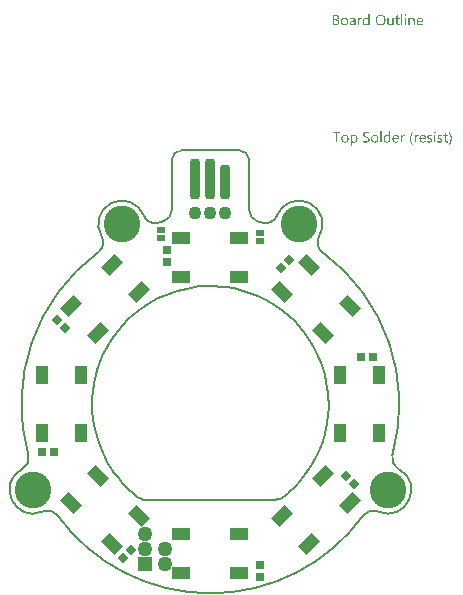
<source format=gts>
G04*
G04 #@! TF.GenerationSoftware,Altium Limited,Altium Designer,21.9.2 (33)*
G04*
G04 Layer_Color=8388736*
%FSAX25Y25*%
%MOIN*%
G70*
G04*
G04 #@! TF.SameCoordinates,769468AF-EC4D-4854-9D34-422089E218C9*
G04*
G04*
G04 #@! TF.FilePolarity,Negative*
G04*
G01*
G75*
%ADD11C,0.00787*%
%ADD21R,0.06496X0.04134*%
G04:AMPARAMS|DCode=22|XSize=64.96mil|YSize=41.34mil|CornerRadius=0mil|HoleSize=0mil|Usage=FLASHONLY|Rotation=225.000|XOffset=0mil|YOffset=0mil|HoleType=Round|Shape=Rectangle|*
%AMROTATEDRECTD22*
4,1,4,0.00835,0.03758,0.03758,0.00835,-0.00835,-0.03758,-0.03758,-0.00835,0.00835,0.03758,0.0*
%
%ADD22ROTATEDRECTD22*%

%ADD23R,0.04134X0.06496*%
G04:AMPARAMS|DCode=24|XSize=64.96mil|YSize=41.34mil|CornerRadius=0mil|HoleSize=0mil|Usage=FLASHONLY|Rotation=315.000|XOffset=0mil|YOffset=0mil|HoleType=Round|Shape=Rectangle|*
%AMROTATEDRECTD24*
4,1,4,-0.03758,0.00835,-0.00835,0.03758,0.03758,-0.00835,0.00835,-0.03758,-0.03758,0.00835,0.0*
%
%ADD24ROTATEDRECTD24*%

G04:AMPARAMS|DCode=25|XSize=25.59mil|YSize=27.56mil|CornerRadius=0mil|HoleSize=0mil|Usage=FLASHONLY|Rotation=315.000|XOffset=0mil|YOffset=0mil|HoleType=Round|Shape=Rectangle|*
%AMROTATEDRECTD25*
4,1,4,-0.01879,-0.00070,0.00070,0.01879,0.01879,0.00070,-0.00070,-0.01879,-0.01879,-0.00070,0.0*
%
%ADD25ROTATEDRECTD25*%

G04:AMPARAMS|DCode=26|XSize=35.43mil|YSize=135.83mil|CornerRadius=13.82mil|HoleSize=0mil|Usage=FLASHONLY|Rotation=180.000|XOffset=0mil|YOffset=0mil|HoleType=Round|Shape=RoundedRectangle|*
%AMROUNDEDRECTD26*
21,1,0.03543,0.10819,0,0,180.0*
21,1,0.00780,0.13583,0,0,180.0*
1,1,0.02764,-0.00390,0.05409*
1,1,0.02764,0.00390,0.05409*
1,1,0.02764,0.00390,-0.05409*
1,1,0.02764,-0.00390,-0.05409*
%
%ADD26ROUNDEDRECTD26*%
G04:AMPARAMS|DCode=27|XSize=35.43mil|YSize=116.14mil|CornerRadius=13.82mil|HoleSize=0mil|Usage=FLASHONLY|Rotation=180.000|XOffset=0mil|YOffset=0mil|HoleType=Round|Shape=RoundedRectangle|*
%AMROUNDEDRECTD27*
21,1,0.03543,0.08850,0,0,180.0*
21,1,0.00780,0.11614,0,0,180.0*
1,1,0.02764,-0.00390,0.04425*
1,1,0.02764,0.00390,0.04425*
1,1,0.02764,0.00390,-0.04425*
1,1,0.02764,-0.00390,-0.04425*
%
%ADD27ROUNDEDRECTD27*%
%ADD28R,0.03150X0.01968*%
%ADD29R,0.02756X0.02559*%
G04:AMPARAMS|DCode=30|XSize=25.59mil|YSize=27.56mil|CornerRadius=0mil|HoleSize=0mil|Usage=FLASHONLY|Rotation=45.000|XOffset=0mil|YOffset=0mil|HoleType=Round|Shape=Rectangle|*
%AMROTATEDRECTD30*
4,1,4,0.00070,-0.01879,-0.01879,0.00070,-0.00070,0.01879,0.01879,-0.00070,0.00070,-0.01879,0.0*
%
%ADD30ROTATEDRECTD30*%

%ADD31R,0.02559X0.02756*%
%ADD32R,0.04961X0.04961*%
%ADD33C,0.04961*%
%ADD34C,0.12205*%
%ADD35C,0.04331*%
%ADD36C,0.00591*%
G36*
X0065056Y0129114D02*
X0065080D01*
X0065136Y0129089D01*
X0065167Y0129071D01*
X0065198Y0129046D01*
X0065204Y0129040D01*
X0065210Y0129033D01*
X0065241Y0128996D01*
X0065266Y0128934D01*
X0065272Y0128897D01*
X0065278Y0128860D01*
Y0128854D01*
Y0128841D01*
X0065272Y0128823D01*
X0065266Y0128798D01*
X0065247Y0128736D01*
X0065223Y0128705D01*
X0065198Y0128674D01*
X0065192D01*
X0065185Y0128662D01*
X0065148Y0128637D01*
X0065093Y0128612D01*
X0065056Y0128606D01*
X0065018Y0128600D01*
X0065000D01*
X0064981Y0128606D01*
X0064956D01*
X0064895Y0128631D01*
X0064864Y0128643D01*
X0064833Y0128668D01*
Y0128674D01*
X0064820Y0128681D01*
X0064808Y0128699D01*
X0064796Y0128718D01*
X0064771Y0128780D01*
X0064765Y0128817D01*
X0064758Y0128860D01*
Y0128866D01*
Y0128879D01*
X0064765Y0128897D01*
X0064771Y0128928D01*
X0064789Y0128984D01*
X0064808Y0129015D01*
X0064833Y0129046D01*
X0064839Y0129052D01*
X0064845Y0129058D01*
X0064882Y0129083D01*
X0064944Y0129108D01*
X0064981Y0129120D01*
X0065037D01*
X0065056Y0129114D01*
D02*
G37*
G36*
X0053066Y0125449D02*
X0052663D01*
Y0125870D01*
X0052651D01*
Y0125864D01*
X0052638Y0125852D01*
X0052620Y0125827D01*
X0052601Y0125796D01*
X0052570Y0125759D01*
X0052533Y0125722D01*
X0052490Y0125678D01*
X0052440Y0125635D01*
X0052385Y0125586D01*
X0052316Y0125542D01*
X0052248Y0125505D01*
X0052168Y0125468D01*
X0052087Y0125437D01*
X0051995Y0125412D01*
X0051896Y0125400D01*
X0051790Y0125394D01*
X0051747D01*
X0051710Y0125400D01*
X0051673Y0125406D01*
X0051623Y0125412D01*
X0051518Y0125437D01*
X0051394Y0125474D01*
X0051270Y0125536D01*
X0051202Y0125573D01*
X0051147Y0125617D01*
X0051085Y0125672D01*
X0051029Y0125728D01*
Y0125734D01*
X0051017Y0125747D01*
X0051004Y0125765D01*
X0050986Y0125790D01*
X0050967Y0125821D01*
X0050942Y0125864D01*
X0050918Y0125914D01*
X0050893Y0125969D01*
X0050862Y0126031D01*
X0050837Y0126099D01*
X0050812Y0126174D01*
X0050794Y0126254D01*
X0050775Y0126341D01*
X0050763Y0126440D01*
X0050757Y0126539D01*
X0050750Y0126644D01*
Y0126650D01*
Y0126669D01*
Y0126706D01*
X0050757Y0126749D01*
X0050763Y0126799D01*
X0050769Y0126861D01*
X0050775Y0126929D01*
X0050788Y0127003D01*
X0050825Y0127164D01*
X0050880Y0127331D01*
X0050918Y0127412D01*
X0050961Y0127492D01*
X0051004Y0127566D01*
X0051060Y0127641D01*
X0051066Y0127647D01*
X0051072Y0127659D01*
X0051091Y0127678D01*
X0051116Y0127703D01*
X0051147Y0127727D01*
X0051190Y0127758D01*
X0051233Y0127795D01*
X0051283Y0127832D01*
X0051407Y0127901D01*
X0051549Y0127963D01*
X0051629Y0127981D01*
X0051716Y0128000D01*
X0051803Y0128012D01*
X0051902Y0128018D01*
X0051951D01*
X0051988Y0128012D01*
X0052026Y0128006D01*
X0052075Y0128000D01*
X0052187Y0127969D01*
X0052310Y0127919D01*
X0052372Y0127888D01*
X0052434Y0127845D01*
X0052496Y0127802D01*
X0052552Y0127746D01*
X0052601Y0127684D01*
X0052651Y0127610D01*
X0052663D01*
Y0129170D01*
X0053066D01*
Y0125449D01*
D02*
G37*
G36*
X0067334Y0128012D02*
X0067408Y0128006D01*
X0067501Y0127987D01*
X0067600Y0127956D01*
X0067705Y0127907D01*
X0067810Y0127839D01*
X0067853Y0127802D01*
X0067897Y0127752D01*
X0067909Y0127740D01*
X0067934Y0127703D01*
X0067965Y0127641D01*
X0068008Y0127554D01*
X0068045Y0127449D01*
X0068082Y0127319D01*
X0068107Y0127164D01*
X0068113Y0126985D01*
Y0125449D01*
X0067711D01*
Y0126879D01*
Y0126885D01*
Y0126916D01*
X0067705Y0126954D01*
Y0127003D01*
X0067693Y0127065D01*
X0067680Y0127133D01*
X0067661Y0127207D01*
X0067637Y0127282D01*
X0067606Y0127356D01*
X0067569Y0127424D01*
X0067519Y0127492D01*
X0067463Y0127554D01*
X0067401Y0127603D01*
X0067321Y0127641D01*
X0067234Y0127672D01*
X0067129Y0127678D01*
X0067117D01*
X0067080Y0127672D01*
X0067024Y0127665D01*
X0066956Y0127647D01*
X0066875Y0127622D01*
X0066789Y0127579D01*
X0066708Y0127523D01*
X0066628Y0127449D01*
X0066622Y0127436D01*
X0066597Y0127412D01*
X0066566Y0127362D01*
X0066529Y0127294D01*
X0066492Y0127214D01*
X0066461Y0127114D01*
X0066436Y0127003D01*
X0066430Y0126879D01*
Y0125449D01*
X0066027D01*
Y0127963D01*
X0066430D01*
Y0127542D01*
X0066442D01*
X0066448Y0127548D01*
X0066454Y0127560D01*
X0066473Y0127585D01*
X0066498Y0127616D01*
X0066523Y0127653D01*
X0066560Y0127690D01*
X0066603Y0127734D01*
X0066653Y0127783D01*
X0066708Y0127826D01*
X0066770Y0127870D01*
X0066838Y0127907D01*
X0066913Y0127944D01*
X0066987Y0127975D01*
X0067074Y0128000D01*
X0067166Y0128012D01*
X0067265Y0128018D01*
X0067303D01*
X0067334Y0128012D01*
D02*
G37*
G36*
X0050336Y0128000D02*
X0050410Y0127994D01*
X0050453Y0127981D01*
X0050484Y0127969D01*
Y0127554D01*
X0050478Y0127560D01*
X0050466Y0127566D01*
X0050441Y0127579D01*
X0050410Y0127597D01*
X0050367Y0127610D01*
X0050311Y0127622D01*
X0050249Y0127628D01*
X0050181Y0127635D01*
X0050169D01*
X0050138Y0127628D01*
X0050088Y0127622D01*
X0050032Y0127603D01*
X0049958Y0127573D01*
X0049890Y0127529D01*
X0049816Y0127467D01*
X0049748Y0127387D01*
X0049742Y0127374D01*
X0049723Y0127343D01*
X0049692Y0127288D01*
X0049661Y0127214D01*
X0049630Y0127121D01*
X0049599Y0127003D01*
X0049580Y0126873D01*
X0049574Y0126725D01*
Y0125449D01*
X0049172D01*
Y0127963D01*
X0049574D01*
Y0127443D01*
X0049587D01*
Y0127449D01*
X0049593Y0127455D01*
X0049605Y0127486D01*
X0049624Y0127535D01*
X0049655Y0127597D01*
X0049686Y0127659D01*
X0049735Y0127727D01*
X0049785Y0127795D01*
X0049847Y0127857D01*
X0049853Y0127864D01*
X0049878Y0127882D01*
X0049915Y0127907D01*
X0049964Y0127932D01*
X0050020Y0127956D01*
X0050088Y0127981D01*
X0050162Y0128000D01*
X0050243Y0128006D01*
X0050299D01*
X0050336Y0128000D01*
D02*
G37*
G36*
X0061075Y0125449D02*
X0060673D01*
Y0125846D01*
X0060661D01*
Y0125839D01*
X0060648Y0125827D01*
X0060636Y0125802D01*
X0060611Y0125777D01*
X0060555Y0125703D01*
X0060469Y0125623D01*
X0060419Y0125579D01*
X0060364Y0125536D01*
X0060302Y0125499D01*
X0060227Y0125462D01*
X0060153Y0125437D01*
X0060073Y0125412D01*
X0059980Y0125400D01*
X0059887Y0125394D01*
X0059850D01*
X0059806Y0125400D01*
X0059745Y0125412D01*
X0059676Y0125425D01*
X0059602Y0125449D01*
X0059522Y0125480D01*
X0059441Y0125530D01*
X0059355Y0125586D01*
X0059274Y0125654D01*
X0059200Y0125740D01*
X0059132Y0125846D01*
X0059070Y0125963D01*
X0059026Y0126105D01*
X0059002Y0126273D01*
X0058989Y0126359D01*
Y0126458D01*
Y0127963D01*
X0059386D01*
Y0126520D01*
Y0126514D01*
Y0126489D01*
X0059392Y0126446D01*
X0059398Y0126397D01*
X0059404Y0126335D01*
X0059416Y0126273D01*
X0059435Y0126198D01*
X0059460Y0126124D01*
X0059497Y0126050D01*
X0059534Y0125982D01*
X0059584Y0125914D01*
X0059645Y0125852D01*
X0059714Y0125802D01*
X0059794Y0125765D01*
X0059893Y0125734D01*
X0059998Y0125728D01*
X0060011D01*
X0060048Y0125734D01*
X0060103Y0125740D01*
X0060165Y0125753D01*
X0060246Y0125784D01*
X0060326Y0125821D01*
X0060407Y0125870D01*
X0060481Y0125945D01*
X0060487Y0125957D01*
X0060512Y0125982D01*
X0060543Y0126031D01*
X0060580Y0126099D01*
X0060611Y0126180D01*
X0060642Y0126279D01*
X0060667Y0126390D01*
X0060673Y0126514D01*
Y0127963D01*
X0061075D01*
Y0125449D01*
D02*
G37*
G36*
X0065210D02*
X0064808D01*
Y0127963D01*
X0065210D01*
Y0125449D01*
D02*
G37*
G36*
X0063991D02*
X0063589D01*
Y0129170D01*
X0063991D01*
Y0125449D01*
D02*
G37*
G36*
X0047612Y0128012D02*
X0047668Y0128006D01*
X0047736Y0127987D01*
X0047810Y0127969D01*
X0047891Y0127938D01*
X0047977Y0127901D01*
X0048058Y0127851D01*
X0048138Y0127789D01*
X0048213Y0127715D01*
X0048281Y0127622D01*
X0048336Y0127517D01*
X0048380Y0127393D01*
X0048404Y0127251D01*
X0048417Y0127084D01*
Y0125449D01*
X0048015D01*
Y0125839D01*
X0048002D01*
Y0125833D01*
X0047990Y0125821D01*
X0047977Y0125796D01*
X0047953Y0125771D01*
X0047891Y0125697D01*
X0047810Y0125617D01*
X0047699Y0125536D01*
X0047569Y0125462D01*
X0047488Y0125437D01*
X0047408Y0125412D01*
X0047321Y0125400D01*
X0047228Y0125394D01*
X0047191D01*
X0047166Y0125400D01*
X0047098Y0125406D01*
X0047018Y0125418D01*
X0046919Y0125443D01*
X0046826Y0125474D01*
X0046727Y0125524D01*
X0046640Y0125586D01*
X0046634Y0125598D01*
X0046609Y0125623D01*
X0046572Y0125666D01*
X0046535Y0125728D01*
X0046498Y0125802D01*
X0046461Y0125889D01*
X0046436Y0125994D01*
X0046430Y0126112D01*
Y0126118D01*
Y0126143D01*
X0046436Y0126180D01*
X0046442Y0126223D01*
X0046455Y0126279D01*
X0046473Y0126341D01*
X0046498Y0126409D01*
X0046535Y0126477D01*
X0046578Y0126551D01*
X0046634Y0126626D01*
X0046702Y0126694D01*
X0046783Y0126755D01*
X0046876Y0126817D01*
X0046987Y0126867D01*
X0047111Y0126904D01*
X0047259Y0126935D01*
X0048015Y0127040D01*
Y0127046D01*
Y0127065D01*
X0048008Y0127102D01*
Y0127139D01*
X0047996Y0127189D01*
X0047990Y0127244D01*
X0047953Y0127362D01*
X0047922Y0127418D01*
X0047891Y0127473D01*
X0047847Y0127529D01*
X0047798Y0127579D01*
X0047736Y0127622D01*
X0047668Y0127653D01*
X0047587Y0127672D01*
X0047495Y0127678D01*
X0047451D01*
X0047420Y0127672D01*
X0047377D01*
X0047334Y0127659D01*
X0047222Y0127641D01*
X0047098Y0127603D01*
X0046962Y0127548D01*
X0046888Y0127511D01*
X0046820Y0127473D01*
X0046745Y0127424D01*
X0046677Y0127368D01*
Y0127783D01*
X0046684D01*
X0046696Y0127795D01*
X0046715Y0127808D01*
X0046745Y0127820D01*
X0046777Y0127839D01*
X0046820Y0127857D01*
X0046869Y0127876D01*
X0046925Y0127901D01*
X0047049Y0127944D01*
X0047197Y0127981D01*
X0047358Y0128006D01*
X0047532Y0128018D01*
X0047569D01*
X0047612Y0128012D01*
D02*
G37*
G36*
X0041923Y0128959D02*
X0041967D01*
X0042010Y0128953D01*
X0042109Y0128941D01*
X0042227Y0128910D01*
X0042351Y0128873D01*
X0042468Y0128817D01*
X0042573Y0128743D01*
X0042580D01*
X0042586Y0128730D01*
X0042617Y0128705D01*
X0042660Y0128656D01*
X0042710Y0128588D01*
X0042753Y0128501D01*
X0042796Y0128402D01*
X0042827Y0128291D01*
X0042840Y0128229D01*
Y0128161D01*
Y0128154D01*
Y0128148D01*
Y0128111D01*
X0042833Y0128055D01*
X0042821Y0127987D01*
X0042803Y0127901D01*
X0042772Y0127814D01*
X0042734Y0127727D01*
X0042679Y0127641D01*
X0042673Y0127628D01*
X0042648Y0127603D01*
X0042611Y0127566D01*
X0042561Y0127517D01*
X0042499Y0127467D01*
X0042425Y0127412D01*
X0042332Y0127368D01*
X0042233Y0127325D01*
Y0127319D01*
X0042252D01*
X0042270Y0127313D01*
X0042289Y0127306D01*
X0042357Y0127294D01*
X0042437Y0127269D01*
X0042524Y0127232D01*
X0042617Y0127189D01*
X0042710Y0127127D01*
X0042796Y0127046D01*
X0042809Y0127034D01*
X0042833Y0127003D01*
X0042864Y0126960D01*
X0042908Y0126892D01*
X0042945Y0126805D01*
X0042982Y0126706D01*
X0043007Y0126588D01*
X0043013Y0126458D01*
Y0126452D01*
Y0126440D01*
Y0126415D01*
X0043007Y0126384D01*
X0043001Y0126347D01*
X0042994Y0126304D01*
X0042970Y0126198D01*
X0042933Y0126081D01*
X0042877Y0125957D01*
X0042840Y0125901D01*
X0042796Y0125839D01*
X0042741Y0125784D01*
X0042685Y0125728D01*
X0042679D01*
X0042673Y0125716D01*
X0042654Y0125703D01*
X0042629Y0125685D01*
X0042598Y0125666D01*
X0042555Y0125641D01*
X0042462Y0125592D01*
X0042344Y0125536D01*
X0042208Y0125493D01*
X0042047Y0125462D01*
X0041967Y0125456D01*
X0041874Y0125449D01*
X0040846D01*
Y0128965D01*
X0041892D01*
X0041923Y0128959D01*
D02*
G37*
G36*
X0062419Y0127963D02*
X0063056D01*
Y0127616D01*
X0062419D01*
Y0126198D01*
Y0126186D01*
Y0126155D01*
X0062425Y0126112D01*
X0062431Y0126056D01*
X0062456Y0125938D01*
X0062474Y0125883D01*
X0062505Y0125839D01*
X0062511Y0125833D01*
X0062524Y0125821D01*
X0062542Y0125808D01*
X0062573Y0125790D01*
X0062611Y0125765D01*
X0062660Y0125753D01*
X0062722Y0125740D01*
X0062790Y0125734D01*
X0062815D01*
X0062846Y0125740D01*
X0062883Y0125747D01*
X0062969Y0125771D01*
X0063013Y0125790D01*
X0063056Y0125815D01*
Y0125468D01*
X0063050D01*
X0063031Y0125456D01*
X0063001Y0125449D01*
X0062957Y0125437D01*
X0062901Y0125425D01*
X0062840Y0125412D01*
X0062765Y0125406D01*
X0062679Y0125400D01*
X0062648D01*
X0062617Y0125406D01*
X0062573Y0125412D01*
X0062524Y0125425D01*
X0062468Y0125437D01*
X0062412Y0125462D01*
X0062350Y0125493D01*
X0062289Y0125530D01*
X0062227Y0125579D01*
X0062171Y0125635D01*
X0062121Y0125709D01*
X0062078Y0125790D01*
X0062047Y0125889D01*
X0062022Y0126000D01*
X0062016Y0126130D01*
Y0127616D01*
X0061589D01*
Y0127963D01*
X0062016D01*
Y0128575D01*
X0062419Y0128705D01*
Y0127963D01*
D02*
G37*
G36*
X0069946Y0128012D02*
X0069989Y0128006D01*
X0070032Y0128000D01*
X0070144Y0127981D01*
X0070267Y0127938D01*
X0070391Y0127882D01*
X0070453Y0127845D01*
X0070515Y0127802D01*
X0070571Y0127752D01*
X0070626Y0127696D01*
X0070633Y0127690D01*
X0070639Y0127684D01*
X0070651Y0127665D01*
X0070670Y0127641D01*
X0070688Y0127603D01*
X0070713Y0127566D01*
X0070738Y0127523D01*
X0070763Y0127467D01*
X0070788Y0127405D01*
X0070812Y0127343D01*
X0070837Y0127269D01*
X0070856Y0127189D01*
X0070874Y0127102D01*
X0070886Y0127015D01*
X0070899Y0126916D01*
Y0126811D01*
Y0126601D01*
X0069122D01*
Y0126595D01*
Y0126582D01*
Y0126564D01*
X0069129Y0126533D01*
X0069135Y0126496D01*
Y0126458D01*
X0069153Y0126359D01*
X0069184Y0126260D01*
X0069221Y0126149D01*
X0069277Y0126044D01*
X0069345Y0125951D01*
X0069358Y0125938D01*
X0069382Y0125914D01*
X0069432Y0125883D01*
X0069500Y0125839D01*
X0069587Y0125796D01*
X0069686Y0125765D01*
X0069803Y0125740D01*
X0069939Y0125728D01*
X0069983D01*
X0070014Y0125734D01*
X0070051D01*
X0070094Y0125740D01*
X0070199Y0125765D01*
X0070317Y0125796D01*
X0070447Y0125846D01*
X0070583Y0125914D01*
X0070651Y0125957D01*
X0070719Y0126006D01*
Y0125629D01*
X0070713D01*
X0070707Y0125617D01*
X0070688Y0125610D01*
X0070657Y0125592D01*
X0070626Y0125573D01*
X0070589Y0125555D01*
X0070540Y0125536D01*
X0070490Y0125511D01*
X0070428Y0125487D01*
X0070360Y0125468D01*
X0070212Y0125431D01*
X0070038Y0125406D01*
X0069847Y0125394D01*
X0069797D01*
X0069760Y0125400D01*
X0069717Y0125406D01*
X0069661Y0125412D01*
X0069543Y0125437D01*
X0069407Y0125474D01*
X0069271Y0125536D01*
X0069203Y0125579D01*
X0069135Y0125623D01*
X0069073Y0125672D01*
X0069011Y0125734D01*
X0069005Y0125740D01*
X0068999Y0125753D01*
X0068986Y0125771D01*
X0068961Y0125796D01*
X0068943Y0125833D01*
X0068918Y0125876D01*
X0068887Y0125926D01*
X0068862Y0125982D01*
X0068831Y0126044D01*
X0068807Y0126118D01*
X0068776Y0126198D01*
X0068757Y0126285D01*
X0068739Y0126378D01*
X0068720Y0126477D01*
X0068714Y0126582D01*
X0068708Y0126694D01*
Y0126700D01*
Y0126718D01*
Y0126749D01*
X0068714Y0126793D01*
X0068720Y0126842D01*
X0068726Y0126898D01*
X0068732Y0126966D01*
X0068751Y0127034D01*
X0068788Y0127183D01*
X0068844Y0127343D01*
X0068881Y0127424D01*
X0068931Y0127498D01*
X0068980Y0127579D01*
X0069036Y0127647D01*
X0069042Y0127653D01*
X0069054Y0127665D01*
X0069073Y0127684D01*
X0069098Y0127703D01*
X0069129Y0127734D01*
X0069166Y0127764D01*
X0069215Y0127795D01*
X0069265Y0127832D01*
X0069382Y0127901D01*
X0069525Y0127963D01*
X0069605Y0127981D01*
X0069686Y0128000D01*
X0069772Y0128012D01*
X0069865Y0128018D01*
X0069915D01*
X0069946Y0128012D01*
D02*
G37*
G36*
X0056903Y0129021D02*
X0056965Y0129015D01*
X0057039Y0129002D01*
X0057120Y0128984D01*
X0057207Y0128965D01*
X0057293Y0128941D01*
X0057392Y0128910D01*
X0057485Y0128866D01*
X0057584Y0128817D01*
X0057683Y0128761D01*
X0057776Y0128693D01*
X0057869Y0128619D01*
X0057956Y0128532D01*
X0057962Y0128526D01*
X0057974Y0128507D01*
X0057999Y0128482D01*
X0058024Y0128445D01*
X0058061Y0128396D01*
X0058098Y0128334D01*
X0058135Y0128266D01*
X0058178Y0128192D01*
X0058222Y0128099D01*
X0058259Y0128006D01*
X0058296Y0127901D01*
X0058333Y0127783D01*
X0058358Y0127665D01*
X0058383Y0127535D01*
X0058395Y0127393D01*
X0058401Y0127251D01*
Y0127238D01*
Y0127214D01*
Y0127170D01*
X0058395Y0127108D01*
X0058389Y0127034D01*
X0058376Y0126954D01*
X0058364Y0126861D01*
X0058346Y0126755D01*
X0058321Y0126650D01*
X0058290Y0126539D01*
X0058253Y0126427D01*
X0058209Y0126316D01*
X0058154Y0126198D01*
X0058092Y0126093D01*
X0058024Y0125988D01*
X0057943Y0125889D01*
X0057937Y0125883D01*
X0057925Y0125870D01*
X0057894Y0125846D01*
X0057863Y0125815D01*
X0057813Y0125771D01*
X0057758Y0125734D01*
X0057696Y0125685D01*
X0057621Y0125641D01*
X0057541Y0125598D01*
X0057448Y0125548D01*
X0057349Y0125511D01*
X0057238Y0125474D01*
X0057120Y0125437D01*
X0056996Y0125412D01*
X0056866Y0125400D01*
X0056724Y0125394D01*
X0056693D01*
X0056650Y0125400D01*
X0056600D01*
X0056538Y0125406D01*
X0056464Y0125418D01*
X0056383Y0125437D01*
X0056291Y0125456D01*
X0056198Y0125480D01*
X0056099Y0125511D01*
X0056000Y0125555D01*
X0055901Y0125598D01*
X0055801Y0125654D01*
X0055702Y0125722D01*
X0055610Y0125796D01*
X0055523Y0125883D01*
X0055517Y0125889D01*
X0055504Y0125908D01*
X0055480Y0125932D01*
X0055455Y0125969D01*
X0055418Y0126019D01*
X0055381Y0126081D01*
X0055343Y0126149D01*
X0055300Y0126229D01*
X0055257Y0126316D01*
X0055220Y0126409D01*
X0055182Y0126514D01*
X0055145Y0126632D01*
X0055121Y0126749D01*
X0055096Y0126879D01*
X0055083Y0127022D01*
X0055077Y0127164D01*
Y0127176D01*
Y0127201D01*
X0055083Y0127244D01*
Y0127306D01*
X0055090Y0127374D01*
X0055102Y0127461D01*
X0055114Y0127554D01*
X0055133Y0127653D01*
X0055158Y0127758D01*
X0055189Y0127870D01*
X0055226Y0127981D01*
X0055269Y0128093D01*
X0055325Y0128204D01*
X0055387Y0128315D01*
X0055455Y0128421D01*
X0055535Y0128520D01*
X0055541Y0128526D01*
X0055554Y0128544D01*
X0055585Y0128569D01*
X0055622Y0128600D01*
X0055665Y0128637D01*
X0055721Y0128681D01*
X0055789Y0128724D01*
X0055863Y0128773D01*
X0055950Y0128823D01*
X0056043Y0128866D01*
X0056142Y0128910D01*
X0056253Y0128947D01*
X0056377Y0128978D01*
X0056507Y0129009D01*
X0056643Y0129021D01*
X0056786Y0129027D01*
X0056854D01*
X0056903Y0129021D01*
D02*
G37*
G36*
X0044876Y0128012D02*
X0044919Y0128006D01*
X0044975Y0128000D01*
X0045099Y0127975D01*
X0045241Y0127932D01*
X0045384Y0127870D01*
X0045458Y0127832D01*
X0045526Y0127789D01*
X0045594Y0127734D01*
X0045656Y0127672D01*
X0045662Y0127665D01*
X0045669Y0127653D01*
X0045687Y0127635D01*
X0045706Y0127610D01*
X0045730Y0127573D01*
X0045755Y0127529D01*
X0045786Y0127480D01*
X0045817Y0127424D01*
X0045842Y0127356D01*
X0045873Y0127288D01*
X0045897Y0127207D01*
X0045922Y0127121D01*
X0045941Y0127028D01*
X0045959Y0126929D01*
X0045966Y0126824D01*
X0045972Y0126712D01*
Y0126706D01*
Y0126687D01*
Y0126656D01*
X0045966Y0126613D01*
X0045959Y0126564D01*
X0045953Y0126502D01*
X0045941Y0126440D01*
X0045928Y0126365D01*
X0045891Y0126217D01*
X0045829Y0126056D01*
X0045792Y0125976D01*
X0045743Y0125895D01*
X0045693Y0125821D01*
X0045631Y0125753D01*
X0045625Y0125747D01*
X0045613Y0125740D01*
X0045594Y0125722D01*
X0045569Y0125697D01*
X0045532Y0125672D01*
X0045495Y0125641D01*
X0045446Y0125604D01*
X0045390Y0125573D01*
X0045328Y0125542D01*
X0045260Y0125505D01*
X0045186Y0125474D01*
X0045105Y0125449D01*
X0045019Y0125425D01*
X0044926Y0125412D01*
X0044827Y0125400D01*
X0044721Y0125394D01*
X0044666D01*
X0044629Y0125400D01*
X0044585Y0125406D01*
X0044530Y0125412D01*
X0044468Y0125425D01*
X0044399Y0125437D01*
X0044257Y0125480D01*
X0044109Y0125542D01*
X0044034Y0125579D01*
X0043966Y0125629D01*
X0043898Y0125678D01*
X0043830Y0125740D01*
X0043824Y0125747D01*
X0043818Y0125759D01*
X0043799Y0125777D01*
X0043780Y0125802D01*
X0043756Y0125839D01*
X0043725Y0125883D01*
X0043694Y0125932D01*
X0043669Y0125988D01*
X0043638Y0126056D01*
X0043607Y0126124D01*
X0043576Y0126198D01*
X0043551Y0126285D01*
X0043514Y0126471D01*
X0043508Y0126570D01*
X0043502Y0126675D01*
Y0126681D01*
Y0126706D01*
Y0126737D01*
X0043508Y0126780D01*
X0043514Y0126830D01*
X0043521Y0126892D01*
X0043533Y0126960D01*
X0043545Y0127034D01*
X0043582Y0127195D01*
X0043644Y0127356D01*
X0043688Y0127436D01*
X0043731Y0127517D01*
X0043780Y0127591D01*
X0043842Y0127659D01*
X0043849Y0127665D01*
X0043861Y0127678D01*
X0043880Y0127690D01*
X0043904Y0127715D01*
X0043941Y0127740D01*
X0043985Y0127771D01*
X0044034Y0127808D01*
X0044090Y0127839D01*
X0044152Y0127870D01*
X0044226Y0127907D01*
X0044300Y0127938D01*
X0044387Y0127963D01*
X0044474Y0127987D01*
X0044573Y0128006D01*
X0044678Y0128012D01*
X0044783Y0128018D01*
X0044839D01*
X0044876Y0128012D01*
D02*
G37*
G36*
X0074873Y0090052D02*
X0074898D01*
X0074953Y0090027D01*
X0074984Y0090009D01*
X0075015Y0089984D01*
X0075021Y0089978D01*
X0075028Y0089972D01*
X0075059Y0089934D01*
X0075083Y0089872D01*
X0075090Y0089835D01*
X0075096Y0089798D01*
Y0089792D01*
Y0089780D01*
X0075090Y0089761D01*
X0075083Y0089736D01*
X0075065Y0089674D01*
X0075040Y0089644D01*
X0075015Y0089613D01*
X0075009D01*
X0075003Y0089600D01*
X0074966Y0089575D01*
X0074910Y0089551D01*
X0074873Y0089544D01*
X0074836Y0089538D01*
X0074817D01*
X0074799Y0089544D01*
X0074774D01*
X0074712Y0089569D01*
X0074681Y0089582D01*
X0074650Y0089606D01*
Y0089613D01*
X0074638Y0089619D01*
X0074625Y0089637D01*
X0074613Y0089656D01*
X0074588Y0089718D01*
X0074582Y0089755D01*
X0074576Y0089798D01*
Y0089804D01*
Y0089817D01*
X0074582Y0089835D01*
X0074588Y0089866D01*
X0074607Y0089922D01*
X0074625Y0089953D01*
X0074650Y0089984D01*
X0074656Y0089990D01*
X0074662Y0089996D01*
X0074699Y0090021D01*
X0074761Y0090046D01*
X0074799Y0090058D01*
X0074854D01*
X0074873Y0090052D01*
D02*
G37*
G36*
X0052304Y0089959D02*
X0052354D01*
X0052465Y0089947D01*
X0052589Y0089934D01*
X0052713Y0089910D01*
X0052830Y0089879D01*
X0052880Y0089860D01*
X0052929Y0089835D01*
Y0089371D01*
X0052923D01*
X0052917Y0089384D01*
X0052898Y0089390D01*
X0052874Y0089408D01*
X0052843Y0089421D01*
X0052806Y0089439D01*
X0052713Y0089483D01*
X0052601Y0089520D01*
X0052465Y0089557D01*
X0052304Y0089582D01*
X0052131Y0089588D01*
X0052081D01*
X0052044Y0089582D01*
X0052007D01*
X0051957Y0089575D01*
X0051859Y0089557D01*
X0051852D01*
X0051834Y0089551D01*
X0051809Y0089544D01*
X0051778Y0089538D01*
X0051704Y0089507D01*
X0051617Y0089470D01*
X0051611D01*
X0051599Y0089458D01*
X0051580Y0089445D01*
X0051555Y0089427D01*
X0051499Y0089371D01*
X0051444Y0089303D01*
Y0089297D01*
X0051431Y0089284D01*
X0051425Y0089266D01*
X0051413Y0089235D01*
X0051400Y0089198D01*
X0051394Y0089161D01*
X0051382Y0089062D01*
Y0089055D01*
Y0089037D01*
Y0089012D01*
X0051388Y0088981D01*
X0051400Y0088907D01*
X0051431Y0088826D01*
Y0088820D01*
X0051444Y0088808D01*
X0051450Y0088789D01*
X0051468Y0088765D01*
X0051518Y0088709D01*
X0051580Y0088647D01*
X0051586Y0088641D01*
X0051599Y0088635D01*
X0051617Y0088616D01*
X0051648Y0088597D01*
X0051685Y0088573D01*
X0051722Y0088548D01*
X0051821Y0088486D01*
X0051828Y0088480D01*
X0051846Y0088474D01*
X0051877Y0088455D01*
X0051914Y0088436D01*
X0051964Y0088412D01*
X0052019Y0088387D01*
X0052143Y0088325D01*
X0052149Y0088319D01*
X0052174Y0088306D01*
X0052211Y0088288D01*
X0052261Y0088263D01*
X0052316Y0088238D01*
X0052378Y0088201D01*
X0052502Y0088127D01*
X0052508Y0088121D01*
X0052533Y0088108D01*
X0052564Y0088090D01*
X0052607Y0088059D01*
X0052700Y0087985D01*
X0052799Y0087898D01*
X0052806Y0087892D01*
X0052824Y0087879D01*
X0052843Y0087848D01*
X0052874Y0087817D01*
X0052905Y0087774D01*
X0052942Y0087731D01*
X0053004Y0087619D01*
X0053010Y0087613D01*
X0053016Y0087595D01*
X0053028Y0087564D01*
X0053041Y0087520D01*
X0053053Y0087471D01*
X0053066Y0087409D01*
X0053078Y0087347D01*
Y0087273D01*
Y0087260D01*
Y0087229D01*
X0053072Y0087180D01*
X0053066Y0087118D01*
X0053053Y0087050D01*
X0053035Y0086976D01*
X0053010Y0086901D01*
X0052973Y0086833D01*
X0052966Y0086827D01*
X0052954Y0086802D01*
X0052929Y0086771D01*
X0052905Y0086728D01*
X0052861Y0086685D01*
X0052818Y0086635D01*
X0052762Y0086586D01*
X0052700Y0086536D01*
X0052694Y0086530D01*
X0052669Y0086518D01*
X0052632Y0086499D01*
X0052583Y0086474D01*
X0052527Y0086449D01*
X0052459Y0086425D01*
X0052378Y0086400D01*
X0052298Y0086381D01*
X0052286D01*
X0052261Y0086375D01*
X0052218Y0086369D01*
X0052156Y0086357D01*
X0052087Y0086350D01*
X0052007Y0086338D01*
X0051920Y0086332D01*
X0051772D01*
X0051704Y0086338D01*
X0051617Y0086344D01*
X0051599D01*
X0051574Y0086350D01*
X0051543Y0086357D01*
X0051462Y0086363D01*
X0051369Y0086381D01*
X0051363D01*
X0051345Y0086387D01*
X0051320Y0086394D01*
X0051289Y0086400D01*
X0051215Y0086418D01*
X0051128Y0086443D01*
X0051122D01*
X0051109Y0086449D01*
X0051091Y0086456D01*
X0051066Y0086468D01*
X0051004Y0086493D01*
X0050942Y0086530D01*
Y0087013D01*
X0050949Y0087007D01*
X0050961Y0087000D01*
X0050973Y0086988D01*
X0050998Y0086969D01*
X0051066Y0086926D01*
X0051147Y0086877D01*
X0051153D01*
X0051165Y0086870D01*
X0051190Y0086858D01*
X0051221Y0086846D01*
X0051301Y0086809D01*
X0051388Y0086778D01*
X0051394D01*
X0051413Y0086771D01*
X0051437Y0086765D01*
X0051468Y0086759D01*
X0051555Y0086734D01*
X0051648Y0086716D01*
X0051673D01*
X0051697Y0086709D01*
X0051728D01*
X0051803Y0086703D01*
X0051889Y0086697D01*
X0051951D01*
X0052019Y0086703D01*
X0052106Y0086716D01*
X0052199Y0086728D01*
X0052292Y0086753D01*
X0052378Y0086790D01*
X0052459Y0086833D01*
X0052465Y0086839D01*
X0052490Y0086858D01*
X0052521Y0086895D01*
X0052552Y0086939D01*
X0052589Y0086994D01*
X0052614Y0087068D01*
X0052638Y0087149D01*
X0052645Y0087242D01*
Y0087248D01*
Y0087266D01*
Y0087291D01*
X0052638Y0087328D01*
X0052620Y0087409D01*
X0052583Y0087489D01*
Y0087496D01*
X0052570Y0087508D01*
X0052558Y0087527D01*
X0052539Y0087551D01*
X0052484Y0087613D01*
X0052409Y0087681D01*
X0052403Y0087687D01*
X0052391Y0087700D01*
X0052366Y0087712D01*
X0052335Y0087737D01*
X0052298Y0087762D01*
X0052255Y0087793D01*
X0052149Y0087848D01*
X0052143Y0087855D01*
X0052125Y0087861D01*
X0052094Y0087879D01*
X0052050Y0087898D01*
X0052007Y0087929D01*
X0051951Y0087954D01*
X0051821Y0088022D01*
X0051815Y0088028D01*
X0051790Y0088040D01*
X0051753Y0088059D01*
X0051710Y0088077D01*
X0051660Y0088108D01*
X0051605Y0088139D01*
X0051481Y0088207D01*
X0051475Y0088214D01*
X0051456Y0088226D01*
X0051425Y0088245D01*
X0051388Y0088269D01*
X0051295Y0088337D01*
X0051202Y0088418D01*
X0051196Y0088424D01*
X0051184Y0088436D01*
X0051159Y0088461D01*
X0051134Y0088492D01*
X0051103Y0088535D01*
X0051072Y0088579D01*
X0051017Y0088678D01*
Y0088684D01*
X0051004Y0088703D01*
X0050998Y0088734D01*
X0050986Y0088777D01*
X0050973Y0088826D01*
X0050961Y0088888D01*
X0050955Y0088950D01*
X0050949Y0089025D01*
Y0089037D01*
Y0089068D01*
X0050955Y0089111D01*
X0050961Y0089167D01*
X0050973Y0089235D01*
X0050992Y0089303D01*
X0051017Y0089371D01*
X0051054Y0089439D01*
X0051060Y0089445D01*
X0051072Y0089470D01*
X0051097Y0089501D01*
X0051128Y0089544D01*
X0051165Y0089588D01*
X0051215Y0089637D01*
X0051270Y0089687D01*
X0051332Y0089730D01*
X0051338Y0089736D01*
X0051363Y0089749D01*
X0051400Y0089773D01*
X0051444Y0089798D01*
X0051506Y0089823D01*
X0051568Y0089854D01*
X0051642Y0089879D01*
X0051722Y0089903D01*
X0051735D01*
X0051759Y0089916D01*
X0051803Y0089922D01*
X0051865Y0089934D01*
X0051933Y0089947D01*
X0052007Y0089953D01*
X0052174Y0089965D01*
X0052261D01*
X0052304Y0089959D01*
D02*
G37*
G36*
X0060035Y0086387D02*
X0059633D01*
Y0086809D01*
X0059621D01*
Y0086802D01*
X0059608Y0086790D01*
X0059590Y0086765D01*
X0059571Y0086734D01*
X0059540Y0086697D01*
X0059503Y0086660D01*
X0059460Y0086617D01*
X0059410Y0086573D01*
X0059355Y0086524D01*
X0059286Y0086480D01*
X0059218Y0086443D01*
X0059138Y0086406D01*
X0059057Y0086375D01*
X0058965Y0086350D01*
X0058865Y0086338D01*
X0058760Y0086332D01*
X0058717D01*
X0058680Y0086338D01*
X0058643Y0086344D01*
X0058593Y0086350D01*
X0058488Y0086375D01*
X0058364Y0086412D01*
X0058240Y0086474D01*
X0058172Y0086511D01*
X0058117Y0086555D01*
X0058055Y0086610D01*
X0057999Y0086666D01*
Y0086672D01*
X0057986Y0086685D01*
X0057974Y0086703D01*
X0057956Y0086728D01*
X0057937Y0086759D01*
X0057912Y0086802D01*
X0057888Y0086852D01*
X0057863Y0086908D01*
X0057832Y0086969D01*
X0057807Y0087037D01*
X0057782Y0087112D01*
X0057764Y0087192D01*
X0057745Y0087279D01*
X0057733Y0087378D01*
X0057727Y0087477D01*
X0057720Y0087582D01*
Y0087588D01*
Y0087607D01*
Y0087644D01*
X0057727Y0087687D01*
X0057733Y0087737D01*
X0057739Y0087799D01*
X0057745Y0087867D01*
X0057758Y0087941D01*
X0057795Y0088102D01*
X0057850Y0088269D01*
X0057888Y0088350D01*
X0057931Y0088430D01*
X0057974Y0088504D01*
X0058030Y0088579D01*
X0058036Y0088585D01*
X0058042Y0088597D01*
X0058061Y0088616D01*
X0058086Y0088641D01*
X0058117Y0088665D01*
X0058160Y0088696D01*
X0058203Y0088734D01*
X0058253Y0088771D01*
X0058376Y0088839D01*
X0058519Y0088901D01*
X0058599Y0088919D01*
X0058686Y0088938D01*
X0058773Y0088950D01*
X0058872Y0088956D01*
X0058921D01*
X0058958Y0088950D01*
X0058995Y0088944D01*
X0059045Y0088938D01*
X0059157Y0088907D01*
X0059280Y0088857D01*
X0059342Y0088826D01*
X0059404Y0088783D01*
X0059466Y0088740D01*
X0059522Y0088684D01*
X0059571Y0088622D01*
X0059621Y0088548D01*
X0059633D01*
Y0090108D01*
X0060035D01*
Y0086387D01*
D02*
G37*
G36*
X0048089Y0088950D02*
X0048132Y0088944D01*
X0048175Y0088938D01*
X0048287Y0088913D01*
X0048411Y0088876D01*
X0048534Y0088814D01*
X0048596Y0088777D01*
X0048658Y0088727D01*
X0048714Y0088678D01*
X0048770Y0088616D01*
X0048776Y0088610D01*
X0048782Y0088604D01*
X0048794Y0088579D01*
X0048813Y0088554D01*
X0048831Y0088523D01*
X0048856Y0088480D01*
X0048881Y0088430D01*
X0048906Y0088381D01*
X0048931Y0088319D01*
X0048955Y0088251D01*
X0048980Y0088177D01*
X0048999Y0088096D01*
X0049030Y0087916D01*
X0049042Y0087817D01*
Y0087712D01*
Y0087706D01*
Y0087687D01*
Y0087650D01*
X0049036Y0087607D01*
Y0087558D01*
X0049023Y0087496D01*
X0049017Y0087428D01*
X0049005Y0087353D01*
X0048968Y0087192D01*
X0048912Y0087025D01*
X0048875Y0086945D01*
X0048838Y0086864D01*
X0048788Y0086784D01*
X0048733Y0086709D01*
X0048726Y0086703D01*
X0048720Y0086691D01*
X0048702Y0086672D01*
X0048677Y0086654D01*
X0048646Y0086623D01*
X0048609Y0086592D01*
X0048565Y0086555D01*
X0048516Y0086524D01*
X0048460Y0086487D01*
X0048398Y0086449D01*
X0048250Y0086394D01*
X0048169Y0086369D01*
X0048089Y0086350D01*
X0047996Y0086338D01*
X0047897Y0086332D01*
X0047847D01*
X0047816Y0086338D01*
X0047773Y0086344D01*
X0047730Y0086357D01*
X0047618Y0086381D01*
X0047501Y0086431D01*
X0047433Y0086468D01*
X0047371Y0086505D01*
X0047309Y0086555D01*
X0047253Y0086610D01*
X0047191Y0086672D01*
X0047142Y0086747D01*
X0047129D01*
Y0085236D01*
X0046727D01*
Y0088901D01*
X0047129D01*
Y0088455D01*
X0047142D01*
X0047148Y0088461D01*
X0047154Y0088480D01*
X0047173Y0088504D01*
X0047197Y0088535D01*
X0047228Y0088573D01*
X0047265Y0088616D01*
X0047309Y0088659D01*
X0047365Y0088709D01*
X0047420Y0088752D01*
X0047482Y0088796D01*
X0047556Y0088839D01*
X0047631Y0088876D01*
X0047717Y0088913D01*
X0047810Y0088938D01*
X0047903Y0088950D01*
X0048008Y0088956D01*
X0048058D01*
X0048089Y0088950D01*
D02*
G37*
G36*
X0076779D02*
X0076860Y0088944D01*
X0076947Y0088932D01*
X0077046Y0088907D01*
X0077145Y0088882D01*
X0077244Y0088845D01*
Y0088436D01*
X0077231Y0088443D01*
X0077194Y0088467D01*
X0077138Y0088492D01*
X0077064Y0088529D01*
X0076971Y0088560D01*
X0076860Y0088591D01*
X0076736Y0088610D01*
X0076606Y0088616D01*
X0076538D01*
X0076476Y0088604D01*
X0076402Y0088591D01*
X0076396D01*
X0076389Y0088585D01*
X0076352Y0088573D01*
X0076303Y0088548D01*
X0076247Y0088517D01*
X0076235Y0088511D01*
X0076210Y0088486D01*
X0076179Y0088449D01*
X0076148Y0088406D01*
X0076142Y0088393D01*
X0076129Y0088362D01*
X0076117Y0088319D01*
X0076111Y0088263D01*
Y0088257D01*
Y0088245D01*
Y0088226D01*
X0076117Y0088207D01*
X0076129Y0088152D01*
X0076148Y0088096D01*
X0076154Y0088084D01*
X0076173Y0088059D01*
X0076210Y0088022D01*
X0076253Y0087978D01*
X0076259D01*
X0076266Y0087972D01*
X0076303Y0087947D01*
X0076352Y0087916D01*
X0076420Y0087885D01*
X0076427D01*
X0076439Y0087879D01*
X0076458Y0087873D01*
X0076489Y0087861D01*
X0076557Y0087836D01*
X0076643Y0087799D01*
X0076649D01*
X0076674Y0087787D01*
X0076705Y0087774D01*
X0076742Y0087762D01*
X0076841Y0087718D01*
X0076940Y0087669D01*
X0076947D01*
X0076965Y0087656D01*
X0076990Y0087644D01*
X0077021Y0087625D01*
X0077095Y0087576D01*
X0077169Y0087514D01*
X0077175Y0087508D01*
X0077188Y0087502D01*
X0077200Y0087483D01*
X0077225Y0087458D01*
X0077268Y0087397D01*
X0077312Y0087316D01*
Y0087310D01*
X0077318Y0087297D01*
X0077330Y0087273D01*
X0077337Y0087242D01*
X0077349Y0087205D01*
X0077355Y0087161D01*
X0077361Y0087056D01*
Y0087050D01*
Y0087025D01*
X0077355Y0086988D01*
X0077349Y0086945D01*
X0077343Y0086895D01*
X0077324Y0086839D01*
X0077306Y0086790D01*
X0077275Y0086734D01*
X0077268Y0086728D01*
X0077262Y0086709D01*
X0077244Y0086685D01*
X0077219Y0086654D01*
X0077188Y0086617D01*
X0077151Y0086579D01*
X0077058Y0086505D01*
X0077052Y0086499D01*
X0077033Y0086493D01*
X0077008Y0086474D01*
X0076965Y0086456D01*
X0076922Y0086431D01*
X0076866Y0086412D01*
X0076810Y0086394D01*
X0076742Y0086375D01*
X0076736D01*
X0076711Y0086369D01*
X0076674Y0086363D01*
X0076631Y0086357D01*
X0076569Y0086344D01*
X0076507Y0086338D01*
X0076365Y0086332D01*
X0076303D01*
X0076228Y0086338D01*
X0076136Y0086350D01*
X0076030Y0086369D01*
X0075919Y0086394D01*
X0075808Y0086425D01*
X0075696Y0086474D01*
Y0086908D01*
X0075702D01*
X0075709Y0086895D01*
X0075727Y0086883D01*
X0075752Y0086870D01*
X0075820Y0086833D01*
X0075913Y0086790D01*
X0076018Y0086740D01*
X0076142Y0086703D01*
X0076278Y0086678D01*
X0076420Y0086666D01*
X0076470D01*
X0076501Y0086672D01*
X0076587Y0086685D01*
X0076687Y0086709D01*
X0076779Y0086753D01*
X0076823Y0086784D01*
X0076866Y0086815D01*
X0076897Y0086858D01*
X0076922Y0086901D01*
X0076940Y0086957D01*
X0076947Y0087019D01*
Y0087025D01*
Y0087037D01*
Y0087056D01*
X0076940Y0087075D01*
X0076928Y0087130D01*
X0076903Y0087186D01*
Y0087192D01*
X0076897Y0087198D01*
X0076872Y0087229D01*
X0076835Y0087273D01*
X0076779Y0087310D01*
X0076773D01*
X0076767Y0087322D01*
X0076730Y0087341D01*
X0076674Y0087378D01*
X0076600Y0087409D01*
X0076594D01*
X0076581Y0087415D01*
X0076563Y0087428D01*
X0076532Y0087440D01*
X0076464Y0087465D01*
X0076377Y0087502D01*
X0076371D01*
X0076346Y0087514D01*
X0076315Y0087527D01*
X0076278Y0087539D01*
X0076179Y0087582D01*
X0076080Y0087632D01*
X0076074Y0087638D01*
X0076061Y0087644D01*
X0076037Y0087656D01*
X0076006Y0087675D01*
X0075937Y0087725D01*
X0075870Y0087780D01*
X0075863Y0087787D01*
X0075857Y0087793D01*
X0075839Y0087811D01*
X0075820Y0087836D01*
X0075777Y0087898D01*
X0075740Y0087972D01*
Y0087978D01*
X0075733Y0087991D01*
X0075727Y0088016D01*
X0075721Y0088046D01*
X0075715Y0088084D01*
X0075709Y0088127D01*
X0075702Y0088232D01*
Y0088238D01*
Y0088263D01*
X0075709Y0088294D01*
X0075715Y0088337D01*
X0075721Y0088387D01*
X0075740Y0088436D01*
X0075758Y0088492D01*
X0075783Y0088542D01*
X0075789Y0088548D01*
X0075795Y0088566D01*
X0075814Y0088591D01*
X0075839Y0088622D01*
X0075907Y0088696D01*
X0075993Y0088771D01*
X0075999Y0088777D01*
X0076018Y0088783D01*
X0076043Y0088802D01*
X0076086Y0088820D01*
X0076129Y0088845D01*
X0076179Y0088870D01*
X0076303Y0088907D01*
X0076309D01*
X0076334Y0088913D01*
X0076365Y0088925D01*
X0076414Y0088932D01*
X0076464Y0088944D01*
X0076526Y0088950D01*
X0076662Y0088956D01*
X0076718D01*
X0076779Y0088950D01*
D02*
G37*
G36*
X0073424D02*
X0073505Y0088944D01*
X0073592Y0088932D01*
X0073691Y0088907D01*
X0073790Y0088882D01*
X0073889Y0088845D01*
Y0088436D01*
X0073876Y0088443D01*
X0073839Y0088467D01*
X0073783Y0088492D01*
X0073709Y0088529D01*
X0073616Y0088560D01*
X0073505Y0088591D01*
X0073381Y0088610D01*
X0073251Y0088616D01*
X0073183D01*
X0073121Y0088604D01*
X0073047Y0088591D01*
X0073041D01*
X0073034Y0088585D01*
X0072997Y0088573D01*
X0072948Y0088548D01*
X0072892Y0088517D01*
X0072880Y0088511D01*
X0072855Y0088486D01*
X0072824Y0088449D01*
X0072793Y0088406D01*
X0072787Y0088393D01*
X0072774Y0088362D01*
X0072762Y0088319D01*
X0072756Y0088263D01*
Y0088257D01*
Y0088245D01*
Y0088226D01*
X0072762Y0088207D01*
X0072774Y0088152D01*
X0072793Y0088096D01*
X0072799Y0088084D01*
X0072818Y0088059D01*
X0072855Y0088022D01*
X0072898Y0087978D01*
X0072904D01*
X0072911Y0087972D01*
X0072948Y0087947D01*
X0072997Y0087916D01*
X0073065Y0087885D01*
X0073072D01*
X0073084Y0087879D01*
X0073102Y0087873D01*
X0073133Y0087861D01*
X0073202Y0087836D01*
X0073288Y0087799D01*
X0073294D01*
X0073319Y0087787D01*
X0073350Y0087774D01*
X0073387Y0087762D01*
X0073486Y0087718D01*
X0073585Y0087669D01*
X0073592D01*
X0073610Y0087656D01*
X0073635Y0087644D01*
X0073666Y0087625D01*
X0073740Y0087576D01*
X0073814Y0087514D01*
X0073821Y0087508D01*
X0073833Y0087502D01*
X0073845Y0087483D01*
X0073870Y0087458D01*
X0073913Y0087397D01*
X0073957Y0087316D01*
Y0087310D01*
X0073963Y0087297D01*
X0073975Y0087273D01*
X0073981Y0087242D01*
X0073994Y0087205D01*
X0074000Y0087161D01*
X0074006Y0087056D01*
Y0087050D01*
Y0087025D01*
X0074000Y0086988D01*
X0073994Y0086945D01*
X0073988Y0086895D01*
X0073969Y0086839D01*
X0073951Y0086790D01*
X0073920Y0086734D01*
X0073913Y0086728D01*
X0073907Y0086709D01*
X0073889Y0086685D01*
X0073864Y0086654D01*
X0073833Y0086617D01*
X0073796Y0086579D01*
X0073703Y0086505D01*
X0073697Y0086499D01*
X0073678Y0086493D01*
X0073653Y0086474D01*
X0073610Y0086456D01*
X0073567Y0086431D01*
X0073511Y0086412D01*
X0073455Y0086394D01*
X0073387Y0086375D01*
X0073381D01*
X0073356Y0086369D01*
X0073319Y0086363D01*
X0073276Y0086357D01*
X0073214Y0086344D01*
X0073152Y0086338D01*
X0073010Y0086332D01*
X0072948D01*
X0072874Y0086338D01*
X0072781Y0086350D01*
X0072675Y0086369D01*
X0072564Y0086394D01*
X0072453Y0086425D01*
X0072341Y0086474D01*
Y0086908D01*
X0072347D01*
X0072354Y0086895D01*
X0072372Y0086883D01*
X0072397Y0086870D01*
X0072465Y0086833D01*
X0072558Y0086790D01*
X0072663Y0086740D01*
X0072787Y0086703D01*
X0072923Y0086678D01*
X0073065Y0086666D01*
X0073115D01*
X0073146Y0086672D01*
X0073233Y0086685D01*
X0073332Y0086709D01*
X0073424Y0086753D01*
X0073468Y0086784D01*
X0073511Y0086815D01*
X0073542Y0086858D01*
X0073567Y0086901D01*
X0073585Y0086957D01*
X0073592Y0087019D01*
Y0087025D01*
Y0087037D01*
Y0087056D01*
X0073585Y0087075D01*
X0073573Y0087130D01*
X0073548Y0087186D01*
Y0087192D01*
X0073542Y0087198D01*
X0073517Y0087229D01*
X0073480Y0087273D01*
X0073424Y0087310D01*
X0073418D01*
X0073412Y0087322D01*
X0073375Y0087341D01*
X0073319Y0087378D01*
X0073245Y0087409D01*
X0073239D01*
X0073226Y0087415D01*
X0073208Y0087428D01*
X0073177Y0087440D01*
X0073109Y0087465D01*
X0073022Y0087502D01*
X0073016D01*
X0072991Y0087514D01*
X0072960Y0087527D01*
X0072923Y0087539D01*
X0072824Y0087582D01*
X0072725Y0087632D01*
X0072719Y0087638D01*
X0072706Y0087644D01*
X0072682Y0087656D01*
X0072651Y0087675D01*
X0072583Y0087725D01*
X0072514Y0087780D01*
X0072508Y0087787D01*
X0072502Y0087793D01*
X0072483Y0087811D01*
X0072465Y0087836D01*
X0072422Y0087898D01*
X0072385Y0087972D01*
Y0087978D01*
X0072378Y0087991D01*
X0072372Y0088016D01*
X0072366Y0088046D01*
X0072360Y0088084D01*
X0072354Y0088127D01*
X0072347Y0088232D01*
Y0088238D01*
Y0088263D01*
X0072354Y0088294D01*
X0072360Y0088337D01*
X0072366Y0088387D01*
X0072385Y0088436D01*
X0072403Y0088492D01*
X0072428Y0088542D01*
X0072434Y0088548D01*
X0072440Y0088566D01*
X0072459Y0088591D01*
X0072483Y0088622D01*
X0072552Y0088696D01*
X0072638Y0088771D01*
X0072645Y0088777D01*
X0072663Y0088783D01*
X0072688Y0088802D01*
X0072731Y0088820D01*
X0072774Y0088845D01*
X0072824Y0088870D01*
X0072948Y0088907D01*
X0072954D01*
X0072979Y0088913D01*
X0073010Y0088925D01*
X0073059Y0088932D01*
X0073109Y0088944D01*
X0073171Y0088950D01*
X0073307Y0088956D01*
X0073362D01*
X0073424Y0088950D01*
D02*
G37*
G36*
X0069277Y0088938D02*
X0069351Y0088932D01*
X0069395Y0088919D01*
X0069426Y0088907D01*
Y0088492D01*
X0069419Y0088498D01*
X0069407Y0088504D01*
X0069382Y0088517D01*
X0069351Y0088535D01*
X0069308Y0088548D01*
X0069252Y0088560D01*
X0069190Y0088566D01*
X0069122Y0088573D01*
X0069110D01*
X0069079Y0088566D01*
X0069029Y0088560D01*
X0068974Y0088542D01*
X0068900Y0088511D01*
X0068831Y0088467D01*
X0068757Y0088406D01*
X0068689Y0088325D01*
X0068683Y0088313D01*
X0068664Y0088282D01*
X0068633Y0088226D01*
X0068602Y0088152D01*
X0068572Y0088059D01*
X0068541Y0087941D01*
X0068522Y0087811D01*
X0068516Y0087663D01*
Y0086387D01*
X0068113D01*
Y0088901D01*
X0068516D01*
Y0088381D01*
X0068528D01*
Y0088387D01*
X0068534Y0088393D01*
X0068547Y0088424D01*
X0068565Y0088474D01*
X0068596Y0088535D01*
X0068627Y0088597D01*
X0068677Y0088665D01*
X0068726Y0088734D01*
X0068788Y0088796D01*
X0068794Y0088802D01*
X0068819Y0088820D01*
X0068856Y0088845D01*
X0068906Y0088870D01*
X0068961Y0088894D01*
X0069029Y0088919D01*
X0069104Y0088938D01*
X0069184Y0088944D01*
X0069240D01*
X0069277Y0088938D01*
D02*
G37*
G36*
X0064641D02*
X0064715Y0088932D01*
X0064758Y0088919D01*
X0064789Y0088907D01*
Y0088492D01*
X0064783Y0088498D01*
X0064771Y0088504D01*
X0064746Y0088517D01*
X0064715Y0088535D01*
X0064672Y0088548D01*
X0064616Y0088560D01*
X0064554Y0088566D01*
X0064486Y0088573D01*
X0064474D01*
X0064443Y0088566D01*
X0064393Y0088560D01*
X0064337Y0088542D01*
X0064263Y0088511D01*
X0064195Y0088467D01*
X0064121Y0088406D01*
X0064053Y0088325D01*
X0064047Y0088313D01*
X0064028Y0088282D01*
X0063997Y0088226D01*
X0063966Y0088152D01*
X0063935Y0088059D01*
X0063904Y0087941D01*
X0063886Y0087811D01*
X0063879Y0087663D01*
Y0086387D01*
X0063477D01*
Y0088901D01*
X0063879D01*
Y0088381D01*
X0063892D01*
Y0088387D01*
X0063898Y0088393D01*
X0063910Y0088424D01*
X0063929Y0088474D01*
X0063960Y0088535D01*
X0063991Y0088597D01*
X0064040Y0088665D01*
X0064090Y0088734D01*
X0064152Y0088796D01*
X0064158Y0088802D01*
X0064183Y0088820D01*
X0064220Y0088845D01*
X0064269Y0088870D01*
X0064325Y0088894D01*
X0064393Y0088919D01*
X0064468Y0088938D01*
X0064548Y0088944D01*
X0064604D01*
X0064641Y0088938D01*
D02*
G37*
G36*
X0075028Y0086387D02*
X0074625D01*
Y0088901D01*
X0075028D01*
Y0086387D01*
D02*
G37*
G36*
X0057070D02*
X0056668D01*
Y0090108D01*
X0057070D01*
Y0086387D01*
D02*
G37*
G36*
X0043285Y0089532D02*
X0042270D01*
Y0086387D01*
X0041862D01*
Y0089532D01*
X0040846D01*
Y0089903D01*
X0043285D01*
Y0089532D01*
D02*
G37*
G36*
X0078513Y0088901D02*
X0079150D01*
Y0088554D01*
X0078513D01*
Y0087137D01*
Y0087124D01*
Y0087093D01*
X0078519Y0087050D01*
X0078525Y0086994D01*
X0078550Y0086877D01*
X0078568Y0086821D01*
X0078599Y0086778D01*
X0078605Y0086771D01*
X0078618Y0086759D01*
X0078636Y0086747D01*
X0078667Y0086728D01*
X0078705Y0086703D01*
X0078754Y0086691D01*
X0078816Y0086678D01*
X0078884Y0086672D01*
X0078909D01*
X0078940Y0086678D01*
X0078977Y0086685D01*
X0079063Y0086709D01*
X0079107Y0086728D01*
X0079150Y0086753D01*
Y0086406D01*
X0079144D01*
X0079125Y0086394D01*
X0079094Y0086387D01*
X0079051Y0086375D01*
X0078995Y0086363D01*
X0078934Y0086350D01*
X0078859Y0086344D01*
X0078773Y0086338D01*
X0078742D01*
X0078711Y0086344D01*
X0078667Y0086350D01*
X0078618Y0086363D01*
X0078562Y0086375D01*
X0078506Y0086400D01*
X0078444Y0086431D01*
X0078383Y0086468D01*
X0078321Y0086518D01*
X0078265Y0086573D01*
X0078215Y0086647D01*
X0078172Y0086728D01*
X0078141Y0086827D01*
X0078116Y0086939D01*
X0078110Y0087068D01*
Y0088554D01*
X0077683D01*
Y0088901D01*
X0078110D01*
Y0089513D01*
X0078513Y0089644D01*
Y0088901D01*
D02*
G37*
G36*
X0070930Y0088950D02*
X0070973Y0088944D01*
X0071017Y0088938D01*
X0071128Y0088919D01*
X0071252Y0088876D01*
X0071376Y0088820D01*
X0071437Y0088783D01*
X0071499Y0088740D01*
X0071555Y0088690D01*
X0071611Y0088635D01*
X0071617Y0088628D01*
X0071623Y0088622D01*
X0071636Y0088604D01*
X0071654Y0088579D01*
X0071673Y0088542D01*
X0071697Y0088504D01*
X0071722Y0088461D01*
X0071747Y0088406D01*
X0071772Y0088344D01*
X0071796Y0088282D01*
X0071821Y0088207D01*
X0071840Y0088127D01*
X0071858Y0088040D01*
X0071871Y0087954D01*
X0071883Y0087855D01*
Y0087749D01*
Y0087539D01*
X0070107D01*
Y0087533D01*
Y0087520D01*
Y0087502D01*
X0070113Y0087471D01*
X0070119Y0087434D01*
Y0087397D01*
X0070138Y0087297D01*
X0070169Y0087198D01*
X0070206Y0087087D01*
X0070261Y0086982D01*
X0070329Y0086889D01*
X0070342Y0086877D01*
X0070367Y0086852D01*
X0070416Y0086821D01*
X0070484Y0086778D01*
X0070571Y0086734D01*
X0070670Y0086703D01*
X0070788Y0086678D01*
X0070924Y0086666D01*
X0070967D01*
X0070998Y0086672D01*
X0071035D01*
X0071078Y0086678D01*
X0071184Y0086703D01*
X0071301Y0086734D01*
X0071431Y0086784D01*
X0071567Y0086852D01*
X0071636Y0086895D01*
X0071704Y0086945D01*
Y0086567D01*
X0071697D01*
X0071691Y0086555D01*
X0071673Y0086549D01*
X0071642Y0086530D01*
X0071611Y0086511D01*
X0071574Y0086493D01*
X0071524Y0086474D01*
X0071475Y0086449D01*
X0071413Y0086425D01*
X0071345Y0086406D01*
X0071196Y0086369D01*
X0071023Y0086344D01*
X0070831Y0086332D01*
X0070781D01*
X0070744Y0086338D01*
X0070701Y0086344D01*
X0070645Y0086350D01*
X0070527Y0086375D01*
X0070391Y0086412D01*
X0070255Y0086474D01*
X0070187Y0086518D01*
X0070119Y0086561D01*
X0070057Y0086610D01*
X0069995Y0086672D01*
X0069989Y0086678D01*
X0069983Y0086691D01*
X0069970Y0086709D01*
X0069946Y0086734D01*
X0069927Y0086771D01*
X0069902Y0086815D01*
X0069871Y0086864D01*
X0069847Y0086920D01*
X0069816Y0086982D01*
X0069791Y0087056D01*
X0069760Y0087137D01*
X0069741Y0087223D01*
X0069723Y0087316D01*
X0069704Y0087415D01*
X0069698Y0087520D01*
X0069692Y0087632D01*
Y0087638D01*
Y0087656D01*
Y0087687D01*
X0069698Y0087731D01*
X0069704Y0087780D01*
X0069710Y0087836D01*
X0069717Y0087904D01*
X0069735Y0087972D01*
X0069772Y0088121D01*
X0069828Y0088282D01*
X0069865Y0088362D01*
X0069915Y0088436D01*
X0069964Y0088517D01*
X0070020Y0088585D01*
X0070026Y0088591D01*
X0070038Y0088604D01*
X0070057Y0088622D01*
X0070082Y0088641D01*
X0070113Y0088672D01*
X0070150Y0088703D01*
X0070199Y0088734D01*
X0070249Y0088771D01*
X0070367Y0088839D01*
X0070509Y0088901D01*
X0070589Y0088919D01*
X0070670Y0088938D01*
X0070757Y0088950D01*
X0070849Y0088956D01*
X0070899D01*
X0070930Y0088950D01*
D02*
G37*
G36*
X0061917D02*
X0061961Y0088944D01*
X0062004Y0088938D01*
X0062115Y0088919D01*
X0062239Y0088876D01*
X0062363Y0088820D01*
X0062425Y0088783D01*
X0062487Y0088740D01*
X0062542Y0088690D01*
X0062598Y0088635D01*
X0062604Y0088628D01*
X0062611Y0088622D01*
X0062623Y0088604D01*
X0062641Y0088579D01*
X0062660Y0088542D01*
X0062685Y0088504D01*
X0062709Y0088461D01*
X0062734Y0088406D01*
X0062759Y0088344D01*
X0062784Y0088282D01*
X0062809Y0088207D01*
X0062827Y0088127D01*
X0062846Y0088040D01*
X0062858Y0087954D01*
X0062871Y0087855D01*
Y0087749D01*
Y0087539D01*
X0061094D01*
Y0087533D01*
Y0087520D01*
Y0087502D01*
X0061100Y0087471D01*
X0061106Y0087434D01*
Y0087397D01*
X0061125Y0087297D01*
X0061156Y0087198D01*
X0061193Y0087087D01*
X0061249Y0086982D01*
X0061317Y0086889D01*
X0061329Y0086877D01*
X0061354Y0086852D01*
X0061403Y0086821D01*
X0061471Y0086778D01*
X0061558Y0086734D01*
X0061657Y0086703D01*
X0061775Y0086678D01*
X0061911Y0086666D01*
X0061954D01*
X0061985Y0086672D01*
X0062022D01*
X0062066Y0086678D01*
X0062171Y0086703D01*
X0062289Y0086734D01*
X0062419Y0086784D01*
X0062555Y0086852D01*
X0062623Y0086895D01*
X0062691Y0086945D01*
Y0086567D01*
X0062685D01*
X0062679Y0086555D01*
X0062660Y0086549D01*
X0062629Y0086530D01*
X0062598Y0086511D01*
X0062561Y0086493D01*
X0062511Y0086474D01*
X0062462Y0086449D01*
X0062400Y0086425D01*
X0062332Y0086406D01*
X0062183Y0086369D01*
X0062010Y0086344D01*
X0061818Y0086332D01*
X0061769D01*
X0061731Y0086338D01*
X0061688Y0086344D01*
X0061633Y0086350D01*
X0061515Y0086375D01*
X0061379Y0086412D01*
X0061243Y0086474D01*
X0061174Y0086518D01*
X0061106Y0086561D01*
X0061044Y0086610D01*
X0060983Y0086672D01*
X0060976Y0086678D01*
X0060970Y0086691D01*
X0060958Y0086709D01*
X0060933Y0086734D01*
X0060914Y0086771D01*
X0060890Y0086815D01*
X0060859Y0086864D01*
X0060834Y0086920D01*
X0060803Y0086982D01*
X0060778Y0087056D01*
X0060747Y0087137D01*
X0060729Y0087223D01*
X0060710Y0087316D01*
X0060692Y0087415D01*
X0060685Y0087520D01*
X0060679Y0087632D01*
Y0087638D01*
Y0087656D01*
Y0087687D01*
X0060685Y0087731D01*
X0060692Y0087780D01*
X0060698Y0087836D01*
X0060704Y0087904D01*
X0060723Y0087972D01*
X0060760Y0088121D01*
X0060815Y0088282D01*
X0060852Y0088362D01*
X0060902Y0088436D01*
X0060952Y0088517D01*
X0061007Y0088585D01*
X0061014Y0088591D01*
X0061026Y0088604D01*
X0061044Y0088622D01*
X0061069Y0088641D01*
X0061100Y0088672D01*
X0061137Y0088703D01*
X0061187Y0088734D01*
X0061236Y0088771D01*
X0061354Y0088839D01*
X0061496Y0088901D01*
X0061577Y0088919D01*
X0061657Y0088938D01*
X0061744Y0088950D01*
X0061837Y0088956D01*
X0061886D01*
X0061917Y0088950D01*
D02*
G37*
G36*
X0054929D02*
X0054972Y0088944D01*
X0055028Y0088938D01*
X0055151Y0088913D01*
X0055294Y0088870D01*
X0055436Y0088808D01*
X0055511Y0088771D01*
X0055579Y0088727D01*
X0055647Y0088672D01*
X0055709Y0088610D01*
X0055715Y0088604D01*
X0055721Y0088591D01*
X0055740Y0088573D01*
X0055758Y0088548D01*
X0055783Y0088511D01*
X0055808Y0088467D01*
X0055839Y0088418D01*
X0055870Y0088362D01*
X0055894Y0088294D01*
X0055925Y0088226D01*
X0055950Y0088146D01*
X0055975Y0088059D01*
X0055993Y0087966D01*
X0056012Y0087867D01*
X0056018Y0087762D01*
X0056024Y0087650D01*
Y0087644D01*
Y0087625D01*
Y0087595D01*
X0056018Y0087551D01*
X0056012Y0087502D01*
X0056006Y0087440D01*
X0055993Y0087378D01*
X0055981Y0087304D01*
X0055944Y0087155D01*
X0055882Y0086994D01*
X0055845Y0086914D01*
X0055795Y0086833D01*
X0055746Y0086759D01*
X0055684Y0086691D01*
X0055678Y0086685D01*
X0055665Y0086678D01*
X0055647Y0086660D01*
X0055622Y0086635D01*
X0055585Y0086610D01*
X0055548Y0086579D01*
X0055498Y0086542D01*
X0055443Y0086511D01*
X0055381Y0086480D01*
X0055313Y0086443D01*
X0055238Y0086412D01*
X0055158Y0086387D01*
X0055071Y0086363D01*
X0054978Y0086350D01*
X0054879Y0086338D01*
X0054774Y0086332D01*
X0054718D01*
X0054681Y0086338D01*
X0054638Y0086344D01*
X0054582Y0086350D01*
X0054520Y0086363D01*
X0054452Y0086375D01*
X0054310Y0086418D01*
X0054161Y0086480D01*
X0054087Y0086518D01*
X0054019Y0086567D01*
X0053951Y0086617D01*
X0053883Y0086678D01*
X0053876Y0086685D01*
X0053870Y0086697D01*
X0053852Y0086716D01*
X0053833Y0086740D01*
X0053808Y0086778D01*
X0053777Y0086821D01*
X0053746Y0086870D01*
X0053722Y0086926D01*
X0053691Y0086994D01*
X0053660Y0087062D01*
X0053629Y0087137D01*
X0053604Y0087223D01*
X0053567Y0087409D01*
X0053561Y0087508D01*
X0053554Y0087613D01*
Y0087619D01*
Y0087644D01*
Y0087675D01*
X0053561Y0087718D01*
X0053567Y0087768D01*
X0053573Y0087830D01*
X0053585Y0087898D01*
X0053598Y0087972D01*
X0053635Y0088133D01*
X0053697Y0088294D01*
X0053740Y0088375D01*
X0053784Y0088455D01*
X0053833Y0088529D01*
X0053895Y0088597D01*
X0053901Y0088604D01*
X0053913Y0088616D01*
X0053932Y0088628D01*
X0053957Y0088653D01*
X0053994Y0088678D01*
X0054037Y0088709D01*
X0054087Y0088746D01*
X0054143Y0088777D01*
X0054204Y0088808D01*
X0054279Y0088845D01*
X0054353Y0088876D01*
X0054440Y0088901D01*
X0054526Y0088925D01*
X0054625Y0088944D01*
X0054731Y0088950D01*
X0054836Y0088956D01*
X0054892D01*
X0054929Y0088950D01*
D02*
G37*
G36*
X0044987D02*
X0045031Y0088944D01*
X0045087Y0088938D01*
X0045210Y0088913D01*
X0045353Y0088870D01*
X0045495Y0088808D01*
X0045569Y0088771D01*
X0045638Y0088727D01*
X0045706Y0088672D01*
X0045768Y0088610D01*
X0045774Y0088604D01*
X0045780Y0088591D01*
X0045798Y0088573D01*
X0045817Y0088548D01*
X0045842Y0088511D01*
X0045867Y0088467D01*
X0045897Y0088418D01*
X0045928Y0088362D01*
X0045953Y0088294D01*
X0045984Y0088226D01*
X0046009Y0088146D01*
X0046034Y0088059D01*
X0046052Y0087966D01*
X0046071Y0087867D01*
X0046077Y0087762D01*
X0046083Y0087650D01*
Y0087644D01*
Y0087625D01*
Y0087595D01*
X0046077Y0087551D01*
X0046071Y0087502D01*
X0046065Y0087440D01*
X0046052Y0087378D01*
X0046040Y0087304D01*
X0046003Y0087155D01*
X0045941Y0086994D01*
X0045904Y0086914D01*
X0045854Y0086833D01*
X0045805Y0086759D01*
X0045743Y0086691D01*
X0045737Y0086685D01*
X0045724Y0086678D01*
X0045706Y0086660D01*
X0045681Y0086635D01*
X0045644Y0086610D01*
X0045606Y0086579D01*
X0045557Y0086542D01*
X0045501Y0086511D01*
X0045439Y0086480D01*
X0045371Y0086443D01*
X0045297Y0086412D01*
X0045217Y0086387D01*
X0045130Y0086363D01*
X0045037Y0086350D01*
X0044938Y0086338D01*
X0044833Y0086332D01*
X0044777D01*
X0044740Y0086338D01*
X0044697Y0086344D01*
X0044641Y0086350D01*
X0044579Y0086363D01*
X0044511Y0086375D01*
X0044368Y0086418D01*
X0044220Y0086480D01*
X0044146Y0086518D01*
X0044078Y0086567D01*
X0044010Y0086617D01*
X0043941Y0086678D01*
X0043935Y0086685D01*
X0043929Y0086697D01*
X0043911Y0086716D01*
X0043892Y0086740D01*
X0043867Y0086778D01*
X0043836Y0086821D01*
X0043805Y0086870D01*
X0043780Y0086926D01*
X0043749Y0086994D01*
X0043719Y0087062D01*
X0043688Y0087137D01*
X0043663Y0087223D01*
X0043626Y0087409D01*
X0043620Y0087508D01*
X0043613Y0087613D01*
Y0087619D01*
Y0087644D01*
Y0087675D01*
X0043620Y0087718D01*
X0043626Y0087768D01*
X0043632Y0087830D01*
X0043644Y0087898D01*
X0043657Y0087972D01*
X0043694Y0088133D01*
X0043756Y0088294D01*
X0043799Y0088375D01*
X0043842Y0088455D01*
X0043892Y0088529D01*
X0043954Y0088597D01*
X0043960Y0088604D01*
X0043972Y0088616D01*
X0043991Y0088628D01*
X0044016Y0088653D01*
X0044053Y0088678D01*
X0044096Y0088709D01*
X0044146Y0088746D01*
X0044201Y0088777D01*
X0044263Y0088808D01*
X0044338Y0088845D01*
X0044412Y0088876D01*
X0044499Y0088901D01*
X0044585Y0088925D01*
X0044684Y0088944D01*
X0044789Y0088950D01*
X0044895Y0088956D01*
X0044950D01*
X0044987Y0088950D01*
D02*
G37*
G36*
X0079701Y0089891D02*
X0079726Y0089860D01*
X0079763Y0089811D01*
X0079813Y0089742D01*
X0079874Y0089656D01*
X0079936Y0089551D01*
X0080004Y0089433D01*
X0080079Y0089297D01*
X0080153Y0089142D01*
X0080221Y0088975D01*
X0080283Y0088796D01*
X0080345Y0088604D01*
X0080394Y0088399D01*
X0080431Y0088189D01*
X0080456Y0087960D01*
X0080462Y0087725D01*
Y0087718D01*
Y0087712D01*
Y0087694D01*
Y0087669D01*
Y0087638D01*
X0080456Y0087601D01*
X0080450Y0087514D01*
X0080438Y0087403D01*
X0080419Y0087279D01*
X0080401Y0087137D01*
X0080370Y0086982D01*
X0080326Y0086815D01*
X0080277Y0086647D01*
X0080215Y0086468D01*
X0080141Y0086288D01*
X0080054Y0086109D01*
X0079949Y0085930D01*
X0079831Y0085756D01*
X0079695Y0085589D01*
X0079336D01*
X0079342Y0085601D01*
X0079367Y0085632D01*
X0079404Y0085682D01*
X0079453Y0085750D01*
X0079515Y0085837D01*
X0079577Y0085942D01*
X0079645Y0086066D01*
X0079720Y0086202D01*
X0079794Y0086350D01*
X0079862Y0086518D01*
X0079924Y0086691D01*
X0079986Y0086877D01*
X0080035Y0087081D01*
X0080072Y0087285D01*
X0080097Y0087508D01*
X0080103Y0087731D01*
Y0087737D01*
Y0087743D01*
Y0087762D01*
Y0087787D01*
X0080097Y0087848D01*
X0080091Y0087941D01*
X0080079Y0088046D01*
X0080060Y0088170D01*
X0080041Y0088313D01*
X0080004Y0088467D01*
X0079967Y0088635D01*
X0079918Y0088808D01*
X0079850Y0088987D01*
X0079775Y0089167D01*
X0079689Y0089359D01*
X0079584Y0089544D01*
X0079466Y0089724D01*
X0079330Y0089903D01*
X0079695D01*
X0079701Y0089891D01*
D02*
G37*
G36*
X0067655D02*
X0067631Y0089860D01*
X0067587Y0089811D01*
X0067544Y0089736D01*
X0067482Y0089650D01*
X0067414Y0089544D01*
X0067346Y0089421D01*
X0067278Y0089284D01*
X0067203Y0089130D01*
X0067135Y0088963D01*
X0067067Y0088783D01*
X0067012Y0088591D01*
X0066962Y0088393D01*
X0066919Y0088183D01*
X0066894Y0087960D01*
X0066888Y0087731D01*
Y0087725D01*
Y0087718D01*
Y0087700D01*
Y0087675D01*
X0066894Y0087613D01*
X0066900Y0087527D01*
X0066913Y0087421D01*
X0066931Y0087297D01*
X0066950Y0087155D01*
X0066987Y0087007D01*
X0067024Y0086839D01*
X0067074Y0086672D01*
X0067135Y0086493D01*
X0067210Y0086313D01*
X0067303Y0086128D01*
X0067401Y0085942D01*
X0067519Y0085762D01*
X0067655Y0085589D01*
X0067296D01*
X0067290Y0085601D01*
X0067265Y0085626D01*
X0067228Y0085676D01*
X0067179Y0085744D01*
X0067123Y0085830D01*
X0067055Y0085930D01*
X0066987Y0086047D01*
X0066919Y0086183D01*
X0066844Y0086332D01*
X0066776Y0086493D01*
X0066714Y0086666D01*
X0066653Y0086858D01*
X0066603Y0087056D01*
X0066566Y0087266D01*
X0066541Y0087489D01*
X0066535Y0087725D01*
Y0087731D01*
Y0087737D01*
Y0087756D01*
Y0087780D01*
X0066541Y0087811D01*
Y0087848D01*
X0066547Y0087941D01*
X0066560Y0088046D01*
X0066578Y0088177D01*
X0066597Y0088319D01*
X0066628Y0088480D01*
X0066671Y0088647D01*
X0066721Y0088820D01*
X0066782Y0089000D01*
X0066857Y0089185D01*
X0066944Y0089371D01*
X0067042Y0089551D01*
X0067160Y0089730D01*
X0067296Y0089903D01*
X0067661D01*
X0067655Y0089891D01*
D02*
G37*
%LPC*%
G36*
X0051951Y0127678D02*
X0051914D01*
X0051889Y0127672D01*
X0051821Y0127665D01*
X0051741Y0127647D01*
X0051648Y0127610D01*
X0051549Y0127560D01*
X0051456Y0127498D01*
X0051413Y0127455D01*
X0051369Y0127405D01*
X0051363Y0127393D01*
X0051338Y0127356D01*
X0051301Y0127294D01*
X0051264Y0127214D01*
X0051227Y0127108D01*
X0051190Y0126978D01*
X0051165Y0126830D01*
X0051159Y0126663D01*
Y0126656D01*
Y0126644D01*
Y0126619D01*
X0051165Y0126588D01*
Y0126557D01*
X0051171Y0126514D01*
X0051184Y0126415D01*
X0051209Y0126304D01*
X0051246Y0126192D01*
X0051295Y0126081D01*
X0051363Y0125976D01*
X0051376Y0125963D01*
X0051400Y0125938D01*
X0051444Y0125895D01*
X0051506Y0125852D01*
X0051586Y0125808D01*
X0051679Y0125765D01*
X0051784Y0125740D01*
X0051908Y0125728D01*
X0051939D01*
X0051964Y0125734D01*
X0052026Y0125740D01*
X0052100Y0125759D01*
X0052187Y0125790D01*
X0052279Y0125827D01*
X0052366Y0125889D01*
X0052453Y0125969D01*
X0052459Y0125982D01*
X0052484Y0126013D01*
X0052521Y0126068D01*
X0052558Y0126137D01*
X0052595Y0126223D01*
X0052632Y0126328D01*
X0052657Y0126452D01*
X0052663Y0126582D01*
Y0126954D01*
Y0126960D01*
Y0126966D01*
Y0127003D01*
X0052651Y0127059D01*
X0052638Y0127133D01*
X0052614Y0127214D01*
X0052577Y0127300D01*
X0052527Y0127387D01*
X0052459Y0127467D01*
X0052453Y0127473D01*
X0052422Y0127498D01*
X0052378Y0127535D01*
X0052323Y0127573D01*
X0052248Y0127610D01*
X0052162Y0127647D01*
X0052063Y0127672D01*
X0051951Y0127678D01*
D02*
G37*
G36*
X0048015Y0126718D02*
X0047408Y0126632D01*
X0047396D01*
X0047365Y0126626D01*
X0047315Y0126613D01*
X0047253Y0126601D01*
X0047185Y0126582D01*
X0047111Y0126557D01*
X0047049Y0126533D01*
X0046987Y0126496D01*
X0046981Y0126489D01*
X0046962Y0126477D01*
X0046944Y0126452D01*
X0046919Y0126415D01*
X0046888Y0126365D01*
X0046869Y0126304D01*
X0046851Y0126229D01*
X0046845Y0126143D01*
Y0126137D01*
Y0126112D01*
X0046851Y0126081D01*
X0046863Y0126037D01*
X0046876Y0125988D01*
X0046900Y0125938D01*
X0046931Y0125889D01*
X0046975Y0125839D01*
X0046981Y0125833D01*
X0046999Y0125821D01*
X0047030Y0125802D01*
X0047067Y0125784D01*
X0047117Y0125765D01*
X0047179Y0125747D01*
X0047247Y0125734D01*
X0047327Y0125728D01*
X0047340D01*
X0047377Y0125734D01*
X0047433Y0125740D01*
X0047501Y0125753D01*
X0047575Y0125777D01*
X0047662Y0125815D01*
X0047742Y0125870D01*
X0047816Y0125938D01*
X0047823Y0125951D01*
X0047847Y0125976D01*
X0047878Y0126019D01*
X0047915Y0126081D01*
X0047953Y0126161D01*
X0047984Y0126248D01*
X0048008Y0126353D01*
X0048015Y0126465D01*
Y0126718D01*
D02*
G37*
G36*
X0041732Y0128594D02*
X0041261D01*
Y0127455D01*
X0041738D01*
X0041800Y0127461D01*
X0041874Y0127473D01*
X0041961Y0127492D01*
X0042053Y0127523D01*
X0042134Y0127560D01*
X0042214Y0127616D01*
X0042221Y0127622D01*
X0042245Y0127647D01*
X0042276Y0127684D01*
X0042314Y0127740D01*
X0042344Y0127802D01*
X0042375Y0127882D01*
X0042400Y0127975D01*
X0042406Y0128080D01*
Y0128086D01*
Y0128105D01*
X0042400Y0128130D01*
X0042394Y0128161D01*
X0042369Y0128241D01*
X0042351Y0128291D01*
X0042320Y0128340D01*
X0042289Y0128384D01*
X0042239Y0128433D01*
X0042190Y0128476D01*
X0042122Y0128513D01*
X0042047Y0128544D01*
X0041954Y0128569D01*
X0041849Y0128588D01*
X0041732Y0128594D01*
D02*
G37*
G36*
Y0127084D02*
X0041261D01*
Y0125821D01*
X0041880D01*
X0041942Y0125827D01*
X0042029Y0125839D01*
X0042115Y0125864D01*
X0042208Y0125889D01*
X0042301Y0125932D01*
X0042382Y0125988D01*
X0042388Y0125994D01*
X0042412Y0126019D01*
X0042443Y0126056D01*
X0042481Y0126112D01*
X0042518Y0126180D01*
X0042549Y0126260D01*
X0042573Y0126359D01*
X0042580Y0126465D01*
Y0126471D01*
Y0126489D01*
X0042573Y0126520D01*
X0042567Y0126564D01*
X0042555Y0126607D01*
X0042536Y0126663D01*
X0042511Y0126718D01*
X0042474Y0126774D01*
X0042431Y0126830D01*
X0042375Y0126885D01*
X0042307Y0126941D01*
X0042221Y0126985D01*
X0042128Y0127028D01*
X0042010Y0127059D01*
X0041880Y0127077D01*
X0041732Y0127084D01*
D02*
G37*
G36*
X0069859Y0127678D02*
X0069810D01*
X0069760Y0127665D01*
X0069692Y0127653D01*
X0069618Y0127628D01*
X0069531Y0127591D01*
X0069450Y0127542D01*
X0069370Y0127473D01*
X0069364Y0127467D01*
X0069339Y0127436D01*
X0069308Y0127393D01*
X0069265Y0127331D01*
X0069221Y0127257D01*
X0069184Y0127164D01*
X0069153Y0127059D01*
X0069129Y0126941D01*
X0070484D01*
Y0126947D01*
Y0126960D01*
Y0126972D01*
Y0126997D01*
X0070478Y0127065D01*
X0070466Y0127139D01*
X0070441Y0127232D01*
X0070416Y0127319D01*
X0070373Y0127405D01*
X0070317Y0127486D01*
X0070311Y0127492D01*
X0070286Y0127517D01*
X0070249Y0127548D01*
X0070199Y0127585D01*
X0070131Y0127616D01*
X0070051Y0127647D01*
X0069964Y0127672D01*
X0069859Y0127678D01*
D02*
G37*
G36*
X0056755Y0128650D02*
X0056699D01*
X0056662Y0128643D01*
X0056612Y0128637D01*
X0056563Y0128631D01*
X0056501Y0128619D01*
X0056433Y0128600D01*
X0056291Y0128551D01*
X0056216Y0128520D01*
X0056136Y0128482D01*
X0056062Y0128433D01*
X0055987Y0128377D01*
X0055919Y0128315D01*
X0055851Y0128247D01*
X0055845Y0128241D01*
X0055839Y0128229D01*
X0055820Y0128204D01*
X0055795Y0128173D01*
X0055770Y0128136D01*
X0055746Y0128086D01*
X0055715Y0128031D01*
X0055684Y0127969D01*
X0055647Y0127894D01*
X0055616Y0127820D01*
X0055591Y0127734D01*
X0055566Y0127641D01*
X0055541Y0127542D01*
X0055523Y0127430D01*
X0055517Y0127319D01*
X0055511Y0127201D01*
Y0127195D01*
Y0127170D01*
Y0127139D01*
X0055517Y0127096D01*
X0055523Y0127040D01*
X0055529Y0126972D01*
X0055541Y0126904D01*
X0055554Y0126830D01*
X0055591Y0126663D01*
X0055653Y0126483D01*
X0055690Y0126397D01*
X0055733Y0126316D01*
X0055789Y0126229D01*
X0055845Y0126155D01*
X0055851Y0126149D01*
X0055863Y0126137D01*
X0055882Y0126118D01*
X0055907Y0126093D01*
X0055938Y0126062D01*
X0055981Y0126031D01*
X0056030Y0125994D01*
X0056080Y0125957D01*
X0056142Y0125920D01*
X0056210Y0125883D01*
X0056359Y0125821D01*
X0056445Y0125796D01*
X0056532Y0125777D01*
X0056625Y0125765D01*
X0056724Y0125759D01*
X0056779D01*
X0056823Y0125765D01*
X0056866Y0125771D01*
X0056928Y0125777D01*
X0056990Y0125790D01*
X0057058Y0125808D01*
X0057200Y0125852D01*
X0057281Y0125883D01*
X0057355Y0125920D01*
X0057429Y0125963D01*
X0057504Y0126013D01*
X0057572Y0126068D01*
X0057640Y0126137D01*
X0057646Y0126143D01*
X0057652Y0126155D01*
X0057671Y0126174D01*
X0057689Y0126205D01*
X0057720Y0126248D01*
X0057745Y0126291D01*
X0057776Y0126347D01*
X0057807Y0126409D01*
X0057838Y0126483D01*
X0057869Y0126564D01*
X0057900Y0126650D01*
X0057925Y0126743D01*
X0057943Y0126842D01*
X0057962Y0126954D01*
X0057968Y0127071D01*
X0057974Y0127195D01*
Y0127201D01*
Y0127226D01*
Y0127263D01*
X0057968Y0127306D01*
X0057962Y0127368D01*
X0057956Y0127436D01*
X0057949Y0127511D01*
X0057931Y0127591D01*
X0057894Y0127758D01*
X0057838Y0127938D01*
X0057801Y0128024D01*
X0057758Y0128111D01*
X0057702Y0128192D01*
X0057646Y0128266D01*
X0057640Y0128272D01*
X0057634Y0128284D01*
X0057615Y0128303D01*
X0057584Y0128328D01*
X0057553Y0128352D01*
X0057516Y0128390D01*
X0057467Y0128421D01*
X0057417Y0128458D01*
X0057355Y0128495D01*
X0057287Y0128526D01*
X0057213Y0128563D01*
X0057132Y0128588D01*
X0057046Y0128612D01*
X0056959Y0128631D01*
X0056860Y0128643D01*
X0056755Y0128650D01*
D02*
G37*
G36*
X0044752Y0127678D02*
X0044715D01*
X0044690Y0127672D01*
X0044616Y0127665D01*
X0044530Y0127647D01*
X0044431Y0127616D01*
X0044325Y0127566D01*
X0044226Y0127498D01*
X0044177Y0127461D01*
X0044133Y0127412D01*
X0044121Y0127399D01*
X0044096Y0127362D01*
X0044065Y0127306D01*
X0044022Y0127226D01*
X0043979Y0127121D01*
X0043948Y0126997D01*
X0043923Y0126855D01*
X0043911Y0126687D01*
Y0126681D01*
Y0126669D01*
Y0126644D01*
X0043917Y0126613D01*
Y0126576D01*
X0043923Y0126533D01*
X0043941Y0126434D01*
X0043966Y0126322D01*
X0044010Y0126205D01*
X0044065Y0126087D01*
X0044140Y0125982D01*
X0044152Y0125969D01*
X0044183Y0125945D01*
X0044232Y0125901D01*
X0044300Y0125858D01*
X0044387Y0125808D01*
X0044492Y0125765D01*
X0044616Y0125740D01*
X0044752Y0125728D01*
X0044789D01*
X0044814Y0125734D01*
X0044888Y0125740D01*
X0044975Y0125759D01*
X0045068Y0125790D01*
X0045173Y0125833D01*
X0045266Y0125895D01*
X0045353Y0125976D01*
X0045359Y0125988D01*
X0045384Y0126025D01*
X0045421Y0126081D01*
X0045458Y0126161D01*
X0045495Y0126267D01*
X0045532Y0126390D01*
X0045557Y0126533D01*
X0045563Y0126700D01*
Y0126706D01*
Y0126718D01*
Y0126743D01*
Y0126780D01*
X0045557Y0126817D01*
X0045551Y0126861D01*
X0045538Y0126966D01*
X0045514Y0127084D01*
X0045477Y0127201D01*
X0045421Y0127319D01*
X0045353Y0127424D01*
X0045340Y0127436D01*
X0045316Y0127461D01*
X0045266Y0127505D01*
X0045198Y0127554D01*
X0045111Y0127597D01*
X0045012Y0127641D01*
X0044888Y0127665D01*
X0044752Y0127678D01*
D02*
G37*
G36*
X0058921Y0088616D02*
X0058884D01*
X0058859Y0088610D01*
X0058791Y0088604D01*
X0058711Y0088585D01*
X0058618Y0088548D01*
X0058519Y0088498D01*
X0058426Y0088436D01*
X0058383Y0088393D01*
X0058339Y0088344D01*
X0058333Y0088331D01*
X0058308Y0088294D01*
X0058271Y0088232D01*
X0058234Y0088152D01*
X0058197Y0088046D01*
X0058160Y0087916D01*
X0058135Y0087768D01*
X0058129Y0087601D01*
Y0087595D01*
Y0087582D01*
Y0087558D01*
X0058135Y0087527D01*
Y0087496D01*
X0058141Y0087452D01*
X0058154Y0087353D01*
X0058178Y0087242D01*
X0058216Y0087130D01*
X0058265Y0087019D01*
X0058333Y0086914D01*
X0058346Y0086901D01*
X0058370Y0086877D01*
X0058414Y0086833D01*
X0058476Y0086790D01*
X0058556Y0086747D01*
X0058649Y0086703D01*
X0058754Y0086678D01*
X0058878Y0086666D01*
X0058909D01*
X0058934Y0086672D01*
X0058995Y0086678D01*
X0059070Y0086697D01*
X0059157Y0086728D01*
X0059249Y0086765D01*
X0059336Y0086827D01*
X0059423Y0086908D01*
X0059429Y0086920D01*
X0059454Y0086951D01*
X0059491Y0087007D01*
X0059528Y0087075D01*
X0059565Y0087161D01*
X0059602Y0087266D01*
X0059627Y0087390D01*
X0059633Y0087520D01*
Y0087892D01*
Y0087898D01*
Y0087904D01*
Y0087941D01*
X0059621Y0087997D01*
X0059608Y0088071D01*
X0059584Y0088152D01*
X0059546Y0088238D01*
X0059497Y0088325D01*
X0059429Y0088406D01*
X0059423Y0088412D01*
X0059392Y0088436D01*
X0059348Y0088474D01*
X0059293Y0088511D01*
X0059218Y0088548D01*
X0059132Y0088585D01*
X0059033Y0088610D01*
X0058921Y0088616D01*
D02*
G37*
G36*
X0047909D02*
X0047878D01*
X0047853Y0088610D01*
X0047785Y0088604D01*
X0047705Y0088585D01*
X0047618Y0088554D01*
X0047519Y0088511D01*
X0047426Y0088449D01*
X0047340Y0088368D01*
X0047334Y0088356D01*
X0047309Y0088325D01*
X0047272Y0088275D01*
X0047234Y0088201D01*
X0047197Y0088115D01*
X0047160Y0088009D01*
X0047135Y0087892D01*
X0047129Y0087762D01*
Y0087409D01*
Y0087403D01*
Y0087397D01*
X0047135Y0087359D01*
X0047142Y0087297D01*
X0047154Y0087229D01*
X0047179Y0087143D01*
X0047216Y0087056D01*
X0047265Y0086969D01*
X0047334Y0086883D01*
X0047346Y0086877D01*
X0047371Y0086852D01*
X0047414Y0086815D01*
X0047476Y0086778D01*
X0047550Y0086734D01*
X0047637Y0086703D01*
X0047736Y0086678D01*
X0047847Y0086666D01*
X0047885D01*
X0047909Y0086672D01*
X0047971Y0086678D01*
X0048058Y0086703D01*
X0048145Y0086734D01*
X0048243Y0086784D01*
X0048336Y0086852D01*
X0048380Y0086895D01*
X0048417Y0086945D01*
Y0086951D01*
X0048423Y0086957D01*
X0048435Y0086976D01*
X0048448Y0086994D01*
X0048466Y0087025D01*
X0048485Y0087062D01*
X0048522Y0087149D01*
X0048559Y0087260D01*
X0048596Y0087390D01*
X0048621Y0087545D01*
X0048627Y0087725D01*
Y0087731D01*
Y0087743D01*
Y0087762D01*
Y0087793D01*
X0048621Y0087830D01*
X0048615Y0087867D01*
X0048603Y0087960D01*
X0048578Y0088065D01*
X0048547Y0088177D01*
X0048497Y0088282D01*
X0048435Y0088375D01*
X0048429Y0088387D01*
X0048398Y0088412D01*
X0048355Y0088449D01*
X0048299Y0088498D01*
X0048225Y0088542D01*
X0048132Y0088579D01*
X0048027Y0088604D01*
X0047909Y0088616D01*
D02*
G37*
G36*
X0070843D02*
X0070794D01*
X0070744Y0088604D01*
X0070676Y0088591D01*
X0070602Y0088566D01*
X0070515Y0088529D01*
X0070435Y0088480D01*
X0070354Y0088412D01*
X0070348Y0088406D01*
X0070323Y0088375D01*
X0070292Y0088331D01*
X0070249Y0088269D01*
X0070206Y0088195D01*
X0070169Y0088102D01*
X0070138Y0087997D01*
X0070113Y0087879D01*
X0071468D01*
Y0087885D01*
Y0087898D01*
Y0087910D01*
Y0087935D01*
X0071462Y0088003D01*
X0071450Y0088077D01*
X0071425Y0088170D01*
X0071400Y0088257D01*
X0071357Y0088344D01*
X0071301Y0088424D01*
X0071295Y0088430D01*
X0071270Y0088455D01*
X0071233Y0088486D01*
X0071184Y0088523D01*
X0071115Y0088554D01*
X0071035Y0088585D01*
X0070948Y0088610D01*
X0070843Y0088616D01*
D02*
G37*
G36*
X0061831D02*
X0061781D01*
X0061731Y0088604D01*
X0061663Y0088591D01*
X0061589Y0088566D01*
X0061502Y0088529D01*
X0061422Y0088480D01*
X0061342Y0088412D01*
X0061335Y0088406D01*
X0061311Y0088375D01*
X0061280Y0088331D01*
X0061236Y0088269D01*
X0061193Y0088195D01*
X0061156Y0088102D01*
X0061125Y0087997D01*
X0061100Y0087879D01*
X0062456D01*
Y0087885D01*
Y0087898D01*
Y0087910D01*
Y0087935D01*
X0062450Y0088003D01*
X0062437Y0088077D01*
X0062412Y0088170D01*
X0062388Y0088257D01*
X0062344Y0088344D01*
X0062289Y0088424D01*
X0062282Y0088430D01*
X0062258Y0088455D01*
X0062221Y0088486D01*
X0062171Y0088523D01*
X0062103Y0088554D01*
X0062022Y0088585D01*
X0061936Y0088610D01*
X0061831Y0088616D01*
D02*
G37*
G36*
X0054805D02*
X0054768D01*
X0054743Y0088610D01*
X0054669Y0088604D01*
X0054582Y0088585D01*
X0054483Y0088554D01*
X0054378Y0088504D01*
X0054279Y0088436D01*
X0054229Y0088399D01*
X0054186Y0088350D01*
X0054173Y0088337D01*
X0054149Y0088300D01*
X0054118Y0088245D01*
X0054075Y0088164D01*
X0054031Y0088059D01*
X0054000Y0087935D01*
X0053975Y0087793D01*
X0053963Y0087625D01*
Y0087619D01*
Y0087607D01*
Y0087582D01*
X0053969Y0087551D01*
Y0087514D01*
X0053975Y0087471D01*
X0053994Y0087372D01*
X0054019Y0087260D01*
X0054062Y0087143D01*
X0054118Y0087025D01*
X0054192Y0086920D01*
X0054204Y0086908D01*
X0054235Y0086883D01*
X0054285Y0086839D01*
X0054353Y0086796D01*
X0054440Y0086747D01*
X0054545Y0086703D01*
X0054669Y0086678D01*
X0054805Y0086666D01*
X0054842D01*
X0054867Y0086672D01*
X0054941Y0086678D01*
X0055028Y0086697D01*
X0055121Y0086728D01*
X0055226Y0086771D01*
X0055319Y0086833D01*
X0055405Y0086914D01*
X0055411Y0086926D01*
X0055436Y0086963D01*
X0055473Y0087019D01*
X0055511Y0087099D01*
X0055548Y0087205D01*
X0055585Y0087328D01*
X0055610Y0087471D01*
X0055616Y0087638D01*
Y0087644D01*
Y0087656D01*
Y0087681D01*
Y0087718D01*
X0055610Y0087756D01*
X0055603Y0087799D01*
X0055591Y0087904D01*
X0055566Y0088022D01*
X0055529Y0088139D01*
X0055473Y0088257D01*
X0055405Y0088362D01*
X0055393Y0088375D01*
X0055368Y0088399D01*
X0055319Y0088443D01*
X0055251Y0088492D01*
X0055164Y0088535D01*
X0055065Y0088579D01*
X0054941Y0088604D01*
X0054805Y0088616D01*
D02*
G37*
G36*
X0044864D02*
X0044827D01*
X0044802Y0088610D01*
X0044728Y0088604D01*
X0044641Y0088585D01*
X0044542Y0088554D01*
X0044437Y0088504D01*
X0044338Y0088436D01*
X0044288Y0088399D01*
X0044245Y0088350D01*
X0044232Y0088337D01*
X0044208Y0088300D01*
X0044177Y0088245D01*
X0044133Y0088164D01*
X0044090Y0088059D01*
X0044059Y0087935D01*
X0044034Y0087793D01*
X0044022Y0087625D01*
Y0087619D01*
Y0087607D01*
Y0087582D01*
X0044028Y0087551D01*
Y0087514D01*
X0044034Y0087471D01*
X0044053Y0087372D01*
X0044078Y0087260D01*
X0044121Y0087143D01*
X0044177Y0087025D01*
X0044251Y0086920D01*
X0044263Y0086908D01*
X0044294Y0086883D01*
X0044344Y0086839D01*
X0044412Y0086796D01*
X0044499Y0086747D01*
X0044604Y0086703D01*
X0044728Y0086678D01*
X0044864Y0086666D01*
X0044901D01*
X0044926Y0086672D01*
X0045000Y0086678D01*
X0045087Y0086697D01*
X0045179Y0086728D01*
X0045285Y0086771D01*
X0045377Y0086833D01*
X0045464Y0086914D01*
X0045470Y0086926D01*
X0045495Y0086963D01*
X0045532Y0087019D01*
X0045569Y0087099D01*
X0045606Y0087205D01*
X0045644Y0087328D01*
X0045669Y0087471D01*
X0045675Y0087638D01*
Y0087644D01*
Y0087656D01*
Y0087681D01*
Y0087718D01*
X0045669Y0087756D01*
X0045662Y0087799D01*
X0045650Y0087904D01*
X0045625Y0088022D01*
X0045588Y0088139D01*
X0045532Y0088257D01*
X0045464Y0088362D01*
X0045452Y0088375D01*
X0045427Y0088399D01*
X0045377Y0088443D01*
X0045309Y0088492D01*
X0045223Y0088535D01*
X0045124Y0088579D01*
X0045000Y0088604D01*
X0044864Y0088616D01*
D02*
G37*
%LPD*%
D11*
X-0024319Y-0031866D02*
G03*
X-0022417Y-0032653I0001897J0001892D01*
G01*
X0021768Y-0032650D02*
G03*
X0025181Y-0031236I-0000007J0004845D01*
G01*
X-0062660Y-0022428D02*
G03*
X-0060669Y-0017867I-0001801J0003501D01*
G01*
X-0062660Y-0022428D02*
G03*
X-0055813Y-0036604I0003601J-0007002D01*
G01*
X-0051003Y-0037880D02*
G03*
X-0055813Y-0036604I-0003187J-0002311D01*
G01*
X-0051003Y-0037880D02*
G03*
X0050995Y-0037880I0050999J0036974D01*
G01*
X0055805Y-0036604D02*
G03*
X0050995Y-0037880I-0001623J-0003587D01*
G01*
X0060661Y-0017867D02*
G03*
X0062652Y-0022428I0003792J-0001060D01*
G01*
X0055805Y-0036604D02*
G03*
X0062652Y-0022428I0003246J0007174D01*
G01*
X0060661Y-0017867D02*
G03*
X0037293Y0049857I-0060665J0016961D01*
G01*
X0036257Y0055071D02*
G03*
X0037293Y0049857I0003367J-0002041D01*
G01*
X0036257Y0055071D02*
G03*
X0022180Y0061992I-0006733J0004082D01*
G01*
X0017419Y0059628D02*
G03*
X0022180Y0061992I0001089J0003783D01*
G01*
X0017419Y0059628D02*
G03*
X0015709Y0060094I-0017423J-0060534D01*
G01*
X0012894Y0063874D02*
G03*
X0015602Y0060134I0003940J0000003D01*
G01*
X0012894Y0080611D02*
G03*
X0009748Y0083756I-0003145J0000000D01*
G01*
X-0009709D02*
G03*
X-0012854Y0080611I0000000J-0003145D01*
G01*
X-0015563Y0060134D02*
G03*
X-0017427Y0059628I0015559J-0061040D01*
G01*
X-0015563Y0060134D02*
G03*
X-0012854Y0063874I-0001232J0003743D01*
G01*
X-0022188Y0061992D02*
G03*
X-0017427Y0059628I0003672J0001419D01*
G01*
X-0022188Y0061992D02*
G03*
X-0036265Y0055071I-0007344J-0002839D01*
G01*
X-0037301Y0049857D02*
G03*
X-0036265Y0055071I-0002331J0003173D01*
G01*
X-0037301Y0049857D02*
G03*
X-0060669Y-0017867I0037297J-0050763D01*
G01*
X0015709Y0060094D02*
G03*
X0015602Y0060134I-0000180J-0000323D01*
G01*
X-0007784Y0037689D02*
X-0003803Y0038405D01*
X0007709Y0037701D02*
X0009961Y0037185D01*
X-0024272Y0030055D02*
X-0021961Y0031768D01*
X0031988Y0022126D02*
X0034303Y0018421D01*
X0038898Y-0007240D02*
X0039260Y-0004413D01*
X-0038484Y-0009173D02*
X-0037165Y-0013898D01*
X0030996Y-0025181D02*
X0033516Y-0021559D01*
X-0029110Y-0027409D02*
X-0027362Y-0029252D01*
X-0011000Y0036898D02*
X-0007784Y0037689D01*
X0005315Y0038102D02*
X0007709Y0037701D01*
X0028051Y0026752D02*
X0031988Y0022126D01*
X-0035236Y0016713D02*
X-0033457Y0019847D01*
X0038681Y0006461D02*
X0038984Y0004634D01*
X-0039173Y0003228D02*
X-0038681Y0006279D01*
X-0037165Y-0013898D02*
X-0035543Y-0017835D01*
X-0027362Y-0029252D02*
X-0025591Y-0030827D01*
X-0027362Y0027441D02*
X-0024272Y0030055D01*
X0024331Y0030047D02*
X0028051Y0026752D01*
X-0035689Y0015713D02*
X-0035236Y0016713D01*
X0038169Y0008740D02*
X0038681Y0006461D01*
X-0039319Y0001063D02*
X-0039173Y0003228D01*
X0039260Y-0004413D02*
X0039394Y-0001819D01*
X-0035543Y-0017835D02*
X-0034335Y-0020173D01*
X0033516Y-0021559D02*
X0035138Y-0018622D01*
X0003500Y0038307D02*
X0005315Y0038102D01*
X-0015358Y0035342D02*
X-0011000Y0036898D01*
X-0029110Y0025602D02*
X-0027362Y0027441D01*
X0037079Y0012327D02*
X0038169Y0008740D01*
X-0036319Y0014252D02*
X-0035689Y0015713D01*
X0039394Y-0001819D02*
X0039425Y-0000587D01*
X0035138Y-0018622D02*
X0036496Y-0015669D01*
X-0025591Y-0030827D02*
X-0024319Y-0031866D01*
X0025181Y-0031236D02*
X0025787Y-0030630D01*
X0001291Y0038421D02*
X0003500Y0038307D01*
X-0017335Y0034441D02*
X-0015358Y0035342D01*
X0021768Y0031898D02*
X0024331Y0030047D01*
X-0032098Y0021890D02*
X-0029110Y0025602D01*
X-0039319Y-0002874D02*
Y0001063D01*
X0036496Y-0015669D02*
X0037472Y-0013008D01*
X-0034335Y-0020173D02*
X-0032098Y-0023701D01*
X0025787Y-0030630D02*
X0028445Y-0028169D01*
X-0022417Y-0032653D02*
X-0021961Y-0032650D01*
X-0001224Y0038453D02*
X0001291Y0038421D01*
X0012874Y0036299D02*
X0015870Y0035126D01*
X0018701Y0033740D02*
X0021768Y0031898D01*
X0035693Y0015709D02*
X0037079Y0012327D01*
X-0037634Y0010657D02*
X-0036319Y0014252D01*
X0039323Y0001063D02*
X0039425Y-0000587D01*
X-0039319Y-0002874D02*
X-0039075Y-0006024D01*
X-0032098Y-0023701D02*
X-0030953Y-0025236D01*
X0028445Y-0028169D02*
X0029847Y-0026579D01*
X-0021961Y-0032650D02*
X0021768D01*
X0009961Y0037185D02*
X0012874Y0036299D01*
X-0020736Y0032563D02*
X-0017335Y0034441D01*
X0015870Y0035126D02*
X0018701Y0033740D01*
X-0032803Y0020862D02*
X-0032098Y0021890D01*
X0034303Y0018421D02*
X0035693Y0015709D01*
X-0038118Y0008937D02*
X-0037634Y0010657D01*
X0039213Y0002717D02*
X0039323Y0001063D01*
X-0039075Y-0006024D02*
X-0038484Y-0009173D01*
X0037472Y-0013008D02*
X0038091Y-0010957D01*
X-0003803Y0038405D02*
X-0001224Y0038453D01*
X-0021961Y0031768D02*
X-0020736Y0032563D01*
X-0033457Y0019847D02*
X-0032803Y0020862D01*
X0038984Y0004634D02*
X0039213Y0002717D01*
X-0038681Y0006279D02*
X-0038118Y0008937D01*
X0038091Y-0010957D02*
X0038898Y-0007240D01*
X-0030953Y-0025236D02*
X-0029110Y-0027409D01*
X0029847Y-0026579D02*
X0030996Y-0025181D01*
X0012894Y0063874D02*
Y0080611D01*
X-0009709Y0083756D02*
X0009748D01*
X-0012854Y0063874D02*
Y0080611D01*
D21*
X-0009630Y-0057110D02*
D03*
Y-0044118D02*
D03*
X0009661D02*
D03*
Y-0057110D02*
D03*
X0009646Y0054626D02*
D03*
Y0041634D02*
D03*
X-0009646D02*
D03*
Y0054626D02*
D03*
D22*
X0032934Y-0047473D02*
D03*
X0023747Y-0038286D02*
D03*
X0037389Y-0024645D02*
D03*
X0046575Y-0033832D02*
D03*
X-0032899Y0045654D02*
D03*
X-0023712Y0036467D02*
D03*
X-0037353Y0022826D02*
D03*
X-0046540Y0032013D02*
D03*
D23*
X0056221Y-0010559D02*
D03*
X0043228D02*
D03*
Y0008732D02*
D03*
X0056221D02*
D03*
X-0056185Y-0010551D02*
D03*
X-0043193D02*
D03*
Y0008740D02*
D03*
X-0056185D02*
D03*
D24*
X0046579Y0032009D02*
D03*
X0037393Y0022822D02*
D03*
X0023751Y0036463D02*
D03*
X0032938Y0045650D02*
D03*
X-0032903Y-0047469D02*
D03*
X-0023716Y-0038282D02*
D03*
X-0037357Y-0024641D02*
D03*
X-0046544Y-0033828D02*
D03*
D25*
X0047849Y-0027475D02*
D03*
X0045065Y-0024691D02*
D03*
X-0051283Y0027178D02*
D03*
X-0048499Y0024394D02*
D03*
D26*
X0000000Y0074213D02*
D03*
X-0005000D02*
D03*
D27*
X0005000Y0073228D02*
D03*
D28*
X-0016339Y0054429D02*
D03*
Y0057185D02*
D03*
X0016432Y0053404D02*
D03*
Y0056160D02*
D03*
D29*
X0016634Y-0054528D02*
D03*
Y-0058465D02*
D03*
X-0014546Y0050460D02*
D03*
Y0046523D02*
D03*
D30*
X0023477Y0044508D02*
D03*
X0026261Y0047291D02*
D03*
X-0026474Y-0049339D02*
D03*
X-0029258Y-0052122D02*
D03*
D31*
X0050184Y0014982D02*
D03*
X0054121D02*
D03*
X-0056211Y-0016708D02*
D03*
X-0052274D02*
D03*
D32*
X-0021659Y-0054035D02*
D03*
D33*
X-0015059D02*
D03*
X-0021659Y-0044035D02*
D03*
Y-0049035D02*
D03*
X-0015059D02*
D03*
D34*
X-0059059Y-0029429D02*
D03*
X0029524Y0059153D02*
D03*
X0059047Y-0029433D02*
D03*
X-0029531Y0059153D02*
D03*
D35*
X-0005000Y0062894D02*
D03*
X0000000D02*
D03*
X0005000D02*
D03*
D36*
X0009921Y0071161D02*
D03*
X-0009921D02*
D03*
M02*

</source>
